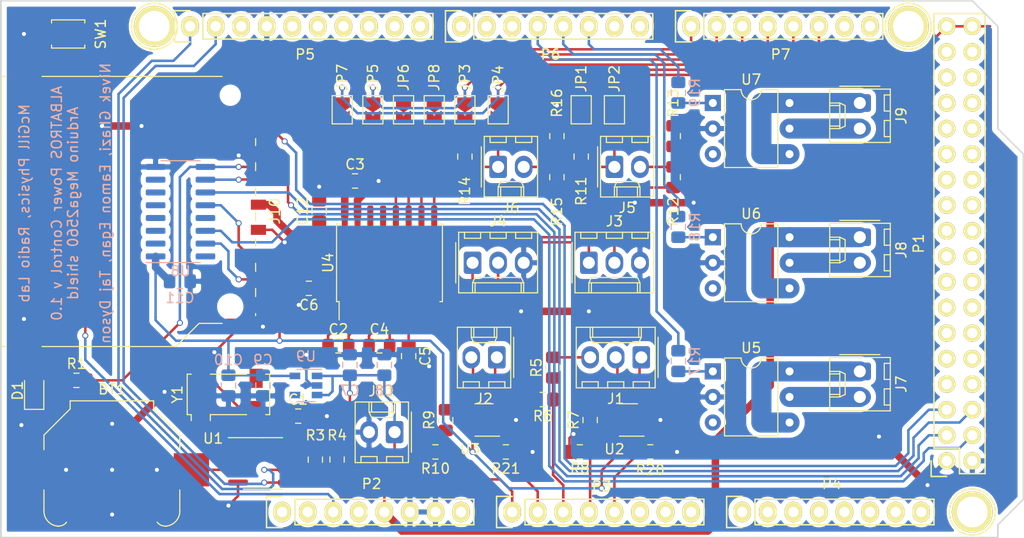
<source format=kicad_pcb>
(kicad_pcb (version 20171130) (host pcbnew "(5.1.0)-1")
  (title_block (date "mar. 31 mars 2015"))
  (layers (0 F.Cu signal) (31 B.Cu signal) (34 B.Paste user) (35 F.Paste user) (36 B.SilkS user) (37 F.SilkS user) (38 B.Mask user) (39 F.Mask user) (44 Edge.Cuts user))
  (net 0 "")
  (net 1 GND)
  (net 2 +5V)
  (net 3 +3V3)
  (net 4 "Net-(J7-Pad2)")
  (net 5 "Net-(J7-Pad1)")
  (net 6 "Net-(J8-Pad2)")
  (net 7 "Net-(J8-Pad1)")
  (net 8 "Net-(J9-Pad2)")
  (net 9 "Net-(J9-Pad1)")
  (net 10 /arduino_mega/SDA)
  (net 11 /arduino_mega/SCL)
  (net 12 /voltage_current_meas/A1)
  (net 13 "Net-(R17-Pad1)")
  (net 14 "Net-(R18-Pad1)")
  (net 15 "Net-(R19-Pad1)")
  (net 16 /arduino_mega/A2)
  (net 17 /arduino_mega/A1)
  (net 18 /arduino_mega/A0)
  (net 19 /voltage_current_meas/A0)
  (net 20 "Net-(P2-Pad3)")
  (net 21 /arduino_mega/SPI_SCK)
  (net 22 /arduino_mega/SPI_MISO)
  (net 23 /arduino_mega/SPI_MOSI)
  (net 24 /arduino_mega/SPI_CS)
  (net 25 /arduino_mega/SWITCH_1)
  (net 26 /arduino_mega/SWITCH_2)
  (net 27 /arduino_mega/SWITCH_3)
  (net 28 /arduino_mega/TX2)
  (net 29 /arduino_mega/RX2)
  (net 30 /arduino_mega/TX1)
  (net 31 /arduino_mega/RX1)
  (net 32 "Net-(BT1-Pad1)")
  (net 33 "Net-(C2-Pad2)")
  (net 34 "Net-(C2-Pad1)")
  (net 35 "Net-(C4-Pad2)")
  (net 36 "Net-(C4-Pad1)")
  (net 37 "Net-(C5-Pad1)")
  (net 38 "Net-(C6-Pad1)")
  (net 39 "Net-(J1-Pad3)")
  (net 40 "Net-(J1-Pad2)")
  (net 41 "Net-(J1-Pad1)")
  (net 42 "Net-(J2-Pad2)")
  (net 43 "Net-(J2-Pad1)")
  (net 44 "Net-(J3-Pad2)")
  (net 45 "Net-(J3-Pad1)")
  (net 46 "Net-(J4-Pad2)")
  (net 47 "Net-(J4-Pad1)")
  (net 48 "Net-(J5-Pad2)")
  (net 49 "Net-(J6-Pad2)")
  (net 50 "Net-(U1-Pad2)")
  (net 51 "Net-(U1-Pad1)")
  (net 52 "Net-(J5-Pad1)")
  (net 53 "Net-(J6-Pad1)")
  (net 54 "Net-(JP1-Pad2)")
  (net 55 "Net-(JP3-Pad2)")
  (net 56 "Net-(JP5-Pad2)")
  (net 57 "Net-(JP6-Pad2)")
  (net 58 "Net-(JP7-Pad2)")
  (net 59 "Net-(JP8-Pad2)")
  (net 60 "Net-(J10-Pad5)")
  (net 61 "Net-(J10-Pad2)")
  (net 62 "Net-(J10-Pad1)")
  (net 63 "Net-(D1-Pad2)")
  (net 64 /arduino_mega/TX3)
  (net 65 /arduino_mega/RX3)
  (net 66 "Net-(J10-Pad11)")
  (net 67 "Net-(J10-Pad10)")
  (net 68 "Net-(J10-Pad9)")
  (net 69 "Net-(J10-Pad8)")
  (net 70 /arduino_mega/48)
  (net 71 /arduino_mega/49)
  (net 72 /arduino_mega/46)
  (net 73 /arduino_mega/47)
  (net 74 /arduino_mega/44)
  (net 75 /arduino_mega/45)
  (net 76 /arduino_mega/42)
  (net 77 /arduino_mega/43)
  (net 78 /arduino_mega/40)
  (net 79 /arduino_mega/41)
  (net 80 /arduino_mega/38)
  (net 81 /arduino_mega/39)
  (net 82 /arduino_mega/36)
  (net 83 /arduino_mega/37)
  (net 84 /arduino_mega/34)
  (net 85 /arduino_mega/35)
  (net 86 /arduino_mega/32)
  (net 87 /arduino_mega/33)
  (net 88 /arduino_mega/30)
  (net 89 /arduino_mega/31)
  (net 90 /arduino_mega/28)
  (net 91 /arduino_mega/29)
  (net 92 /arduino_mega/26)
  (net 93 /arduino_mega/27)
  (net 94 /arduino_mega/24)
  (net 95 /arduino_mega/25)
  (net 96 /arduino_mega/22)
  (net 97 /arduino_mega/23)
  (net 98 "Net-(P2-Pad1)")
  (net 99 "Net-(P2-Pad2)")
  (net 100 "Net-(P2-Pad4)")
  (net 101 /arduino_mega/Vin)
  (net 102 "Net-(P3-Pad6)")
  (net 103 "Net-(P3-Pad7)")
  (net 104 "Net-(P3-Pad8)")
  (net 105 "Net-(P4-Pad1)")
  (net 106 "Net-(P4-Pad2)")
  (net 107 "Net-(P4-Pad3)")
  (net 108 "Net-(P4-Pad4)")
  (net 109 "Net-(P4-Pad5)")
  (net 110 "Net-(P4-Pad6)")
  (net 111 "Net-(P4-Pad7)")
  (net 112 "Net-(P4-Pad8)")
  (net 113 /arduino_mega/AREF)
  (net 114 "Net-(P5-Pad5)")
  (net 115 "Net-(P5-Pad6)")
  (net 116 "Net-(P5-Pad7)")
  (net 117 "Net-(P5-Pad8)")
  (net 118 "Net-(P5-Pad9)")
  (net 119 "Net-(P5-Pad10)")
  (net 120 "/arduino_mega/7(**)")
  (net 121 "/arduino_mega/6(**)")
  (net 122 "/arduino_mega/5(**)")
  (net 123 "Net-(P6-Pad7)")
  (net 124 "Net-(P6-Pad8)")
  (net 125 "Net-(P7-Pad7)")
  (net 126 "Net-(P7-Pad8)")
  (net 127 "Net-(P10-Pad1)")
  (net 128 "Net-(P11-Pad1)")
  (net 129 "Net-(P13-Pad1)")
  (net 130 "Net-(U1-Pad7)")
  (net 131 "Net-(U5-Pad3)")
  (net 132 "Net-(U6-Pad3)")
  (net 133 "Net-(U7-Pad3)")
  (net 134 "Net-(U9-Pad4)")
  (net 135 "Net-(Y1-Pad3)")
  (net 136 "Net-(Y1-Pad2)")
  (module Capacitor_SMD:C_0805_2012Metric_Pad1.15x1.40mm_HandSolder (layer F.Cu) (at 135.001 89.2175 90)
    (fp_text reference C12 (at 0 -1.65 90) (layer F.SilkS))
    (fp_text value C)
    (pad 2 smd roundrect (at 1.025 0 90) (size 1.15 1.4) (layers F.Cu F.Paste F.Mask) (roundrect_rratio 0.217391) (net 1 GND))
    (pad 1 smd roundrect (at -1.025 0 90) (size 1.15 1.4) (layers F.Cu F.Paste F.Mask) (roundrect_rratio 0.217391) (net 3 +3V3))
  )
  (module Capacitor_SMD:C_0805_2012Metric_Pad1.15x1.40mm_HandSolder (layer B.Cu) (at 121.158 96.2025)
    (fp_text reference C11 (at 0 1.65) (layer B.SilkS) (effects (justify mirror)))
    (fp_text value C)
    (pad 2 smd roundrect (at 1.025 0) (size 1.15 1.4) (layers B.Cu B.Paste B.Mask) (roundrect_rratio 0.217391) (net 1 GND))
    (pad 1 smd roundrect (at -1.025 0) (size 1.15 1.4) (layers B.Cu B.Paste B.Mask) (roundrect_rratio 0.217391) (net 3 +3V3))
  )
  (module Package_SO:SOIC-16W_7.5x10.3mm_P1.27mm (layer F.Cu) (at 141.986 94.361 90)
    (fp_text reference U4 (at 0 -6.1 90) (layer F.SilkS))
    (fp_text value MAX232)
    (pad 16 smd roundrect (at 4.65 -4.445 90) (size 2.05 0.6) (layers F.Cu F.Paste F.Mask) (net 3 +3V3))
    (pad 15 smd roundrect (at 4.65 -3.175 90) (size 2.05 0.6) (layers F.Cu F.Paste F.Mask) (net 1 GND))
    (pad 14 smd roundrect (at 4.65 -1.905 90) (size 2.05 0.6) (layers F.Cu F.Paste F.Mask) (net 45 "Net-(J3-Pad1)"))
    (pad 13 smd roundrect (at 4.65 -0.635 90) (size 2.05 0.6) (layers F.Cu F.Paste F.Mask) (net 44 "Net-(J3-Pad2)"))
    (pad 12 smd roundrect (at 4.65 0.635 90) (size 2.05 0.6) (layers F.Cu F.Paste F.Mask) (net 58 "Net-(JP7-Pad2)"))
    (pad 11 smd roundrect (at 4.65 1.905 90) (size 2.05 0.6) (layers F.Cu F.Paste F.Mask) (net 56 "Net-(JP5-Pad2)"))
    (pad 10 smd roundrect (at 4.65 3.175 90) (size 2.05 0.6) (layers F.Cu F.Paste F.Mask) (net 57 "Net-(JP6-Pad2)"))
    (pad 9 smd roundrect (at 4.65 4.445 90) (size 2.05 0.6) (layers F.Cu F.Paste F.Mask) (net 59 "Net-(JP8-Pad2)"))
    (pad 8 smd roundrect (at -4.65 4.445 90) (size 2.05 0.6) (layers F.Cu F.Paste F.Mask) (net 46 "Net-(J4-Pad2)"))
    (pad 7 smd roundrect (at -4.65 3.175 90) (size 2.05 0.6) (layers F.Cu F.Paste F.Mask) (net 47 "Net-(J4-Pad1)"))
    (pad 6 smd roundrect (at -4.65 1.905 90) (size 2.05 0.6) (layers F.Cu F.Paste F.Mask) (net 37 "Net-(C5-Pad1)"))
    (pad 5 smd roundrect (at -4.65 0.635 90) (size 2.05 0.6) (layers F.Cu F.Paste F.Mask) (net 35 "Net-(C4-Pad2)"))
    (pad 4 smd roundrect (at -4.65 -0.635 90) (size 2.05 0.6) (layers F.Cu F.Paste F.Mask) (net 36 "Net-(C4-Pad1)"))
    (pad 3 smd roundrect (at -4.65 -1.905 90) (size 2.05 0.6) (layers F.Cu F.Paste F.Mask) (net 33 "Net-(C2-Pad2)"))
    (pad 2 smd roundrect (at -4.65 -3.175 90) (size 2.05 0.6) (layers F.Cu F.Paste F.Mask) (net 38 "Net-(C6-Pad1)"))
    (pad 1 smd roundrect (at -4.65 -4.445 90) (size 2.05 0.6) (layers F.Cu F.Paste F.Mask) (net 34 "Net-(C2-Pad1)"))
  )
  (module Button_Switch_SMD:SW_SPST_B3U-1000P (layer F.Cu) (at 110.06 71.628)
    (fp_text reference SW1 (at 3.224 0 270) (layer F.SilkS))
    (fp_text value SW_Push)
    (pad 2 smd rect (at 1.7 0) (size 0.9 1.7) (layers F.Cu F.Paste F.Mask) (net 20 "Net-(P2-Pad3)"))
    (pad 1 smd rect (at -1.7 0) (size 0.9 1.7) (layers F.Cu F.Paste F.Mask) (net 1 GND))
  )
  (module Crystal:Crystal_SMD_Abracon_ABS25-4Pin_8.0x3.8mm (layer F.Cu) (at 125.984 107.442 90)
    (fp_text reference Y1 (at 0 -5.08 90) (layer F.SilkS))
    (fp_text value Crystal_GND23)
    (pad 4 smd rect (at 1.6 -2.75) (size 1.3 1.9) (layers F.Cu F.Paste F.Mask) (net 51 "Net-(U1-Pad1)"))
    (pad 3 smd rect (at 1.6 2.75) (size 1.3 1.9) (layers F.Cu F.Paste F.Mask) (net 135 "Net-(Y1-Pad3)"))
    (pad 2 smd rect (at -1.6 2.75) (size 1.3 1.9) (layers F.Cu F.Paste F.Mask) (net 136 "Net-(Y1-Pad2)"))
    (pad 1 smd rect (at -1.6 -2.75) (size 1.3 1.9) (layers F.Cu F.Paste F.Mask) (net 50 "Net-(U1-Pad2)"))
  )
  (module Resistor_SMD:R_0805_2012Metric_Pad1.15x1.40mm_HandSolder (layer F.Cu) (at 136.779 113.91 270)
    (fp_text reference R4 (at -2.404 0 180) (layer F.SilkS))
    (fp_text value R_US)
    (pad 2 smd roundrect (at 1.025 0 270) (size 1.15 1.4) (layers F.Cu F.Paste F.Mask) (roundrect_rratio 0.217391) (net 10 /arduino_mega/SDA))
    (pad 1 smd roundrect (at -1.025 0 270) (size 1.15 1.4) (layers F.Cu F.Paste F.Mask) (roundrect_rratio 0.217391) (net 2 +5V))
  )
  (module Resistor_SMD:R_0805_2012Metric_Pad1.15x1.40mm_HandSolder (layer F.Cu) (at 134.62 113.928 270)
    (fp_text reference R3 (at -2.422 0 180) (layer F.SilkS))
    (fp_text value R_US)
    (pad 2 smd roundrect (at 1.025 0 270) (size 1.15 1.4) (layers F.Cu F.Paste F.Mask) (roundrect_rratio 0.217391) (net 11 /arduino_mega/SCL))
    (pad 1 smd roundrect (at -1.025 0 270) (size 1.15 1.4) (layers F.Cu F.Paste F.Mask) (roundrect_rratio 0.217391) (net 2 +5V))
  )
  (module Package_TO_SOT_SMD:SOT-23-5 (layer B.Cu) (at 133.69 106.555 180)
    (fp_text reference U9 (at 0 2.9) (layer B.SilkS) (effects (justify mirror)))
    (fp_text value AP2204K-3.3)
    (pad 5 smd rect (at 1.1 0.95 180) (size 1.06 0.65) (layers B.Cu B.Paste B.Mask) (net 3 +3V3))
    (pad 4 smd rect (at 1.1 -0.95 180) (size 1.06 0.65) (layers B.Cu B.Paste B.Mask) (net 134 "Net-(U9-Pad4)"))
    (pad 3 smd rect (at -1.1 -0.95 180) (size 1.06 0.65) (layers B.Cu B.Paste B.Mask) (net 2 +5V))
    (pad 2 smd rect (at -1.1 0 180) (size 1.06 0.65) (layers B.Cu B.Paste B.Mask) (net 1 GND))
    (pad 1 smd rect (at -1.1 0.95 180) (size 1.06 0.65) (layers B.Cu B.Paste B.Mask) (net 2 +5V))
  )
  (module Capacitor_SMD:C_0805_2012Metric_Pad1.15x1.40mm_HandSolder (layer B.Cu) (at 125.984 106.562 270)
    (fp_text reference C10 (at -2.549 0 180) (layer B.SilkS) (effects (justify mirror)))
    (fp_text value C)
    (pad 2 smd roundrect (at 1.025 0 270) (size 1.15 1.4) (layers B.Cu B.Paste B.Mask) (roundrect_rratio 0.217391) (net 1 GND))
    (pad 1 smd roundrect (at -1.025 0 270) (size 1.15 1.4) (layers B.Cu B.Paste B.Mask) (roundrect_rratio 0.217391) (net 3 +3V3))
  )
  (module Capacitor_SMD:C_0805_2012Metric_Pad1.15x1.40mm_HandSolder (layer B.Cu) (at 129.413 106.562 270)
    (fp_text reference C9 (at -2.549 0 180) (layer B.SilkS) (effects (justify mirror)))
    (fp_text value C)
    (pad 2 smd roundrect (at 1.025 0 270) (size 1.15 1.4) (layers B.Cu B.Paste B.Mask) (roundrect_rratio 0.217391) (net 1 GND))
    (pad 1 smd roundrect (at -1.025 0 270) (size 1.15 1.4) (layers B.Cu B.Paste B.Mask) (roundrect_rratio 0.217391) (net 3 +3V3))
  )
  (module Capacitor_SMD:C_0805_2012Metric_Pad1.15x1.40mm_HandSolder (layer B.Cu) (at 141.478 104.512 90)
    (fp_text reference C8 (at -2.549 0) (layer B.SilkS) (effects (justify mirror)))
    (fp_text value C)
    (pad 2 smd roundrect (at 1.025 0 90) (size 1.15 1.4) (layers B.Cu B.Paste B.Mask) (roundrect_rratio 0.217391) (net 1 GND))
    (pad 1 smd roundrect (at -1.025 0 90) (size 1.15 1.4) (layers B.Cu B.Paste B.Mask) (roundrect_rratio 0.217391) (net 2 +5V))
  )
  (module Capacitor_SMD:C_0805_2012Metric_Pad1.15x1.40mm_HandSolder (layer B.Cu) (at 138.049 104.512 90)
    (fp_text reference C7 (at -2.549 0 180) (layer B.SilkS) (effects (justify mirror)))
    (fp_text value C)
    (pad 2 smd roundrect (at 1.025 0 90) (size 1.15 1.4) (layers B.Cu B.Paste B.Mask) (roundrect_rratio 0.217391) (net 1 GND))
    (pad 1 smd roundrect (at -1.025 0 90) (size 1.15 1.4) (layers B.Cu B.Paste B.Mask) (roundrect_rratio 0.217391) (net 2 +5V))
  )
  (module Connector_Molex:Molex_KK-254_AE-6410-02A_1x02_P2.54mm_Vertical (layer F.Cu) (at 142.494 111.1885 180)
    (fp_text reference J11 (at 1.27 4.064) (layer F.SilkS))
    (fp_text value Conn_01x02)
    (pad 2 thru_hole oval (at 2.54 0 180) (size 1.74 2.2) (drill 1.2) (layers *.Cu *.Mask) (net 1 GND))
    (pad 1 thru_hole roundrect (at 0 0 180) (size 1.74 2.2) (drill 1.2) (layers *.Cu *.Mask) (roundrect_rratio 0.143678) (net 2 +5V))
  )
  (module Capacitor_SMD:C_0805_2012Metric_Pad1.15x1.40mm_HandSolder (layer F.Cu) (at 132.9145 109.601)
    (fp_text reference C1 (at 0 -1.65) (layer F.SilkS))
    (fp_text value C)
    (pad 2 smd roundrect (at 1.025 0) (size 1.15 1.4) (layers F.Cu F.Paste F.Mask) (roundrect_rratio 0.217391) (net 1 GND))
    (pad 1 smd roundrect (at -1.025 0) (size 1.15 1.4) (layers F.Cu F.Paste F.Mask) (roundrect_rratio 0.217391) (net 2 +5V))
  )
  (module Connector_Molex:Molex_KK-254_AE-6410-02A_1x02_P2.54mm_Vertical (layer F.Cu) (at 188.722 78.486 270)
    (fp_text reference J9 (at 1.27 -4.12 90) (layer F.SilkS))
    (fp_text value Conn_01x02)
    (pad 2 thru_hole oval (at 2.54 0 270) (size 1.74 2.2) (drill 1.2) (layers *.Cu *.Mask) (net 8 "Net-(J9-Pad2)"))
    (pad 1 thru_hole roundrect (at 0 0 270) (size 1.74 2.2) (drill 1.2) (layers *.Cu *.Mask) (roundrect_rratio 0.143678) (net 9 "Net-(J9-Pad1)"))
  )
  (module Connector_Molex:Molex_KK-254_AE-6410-02A_1x02_P2.54mm_Vertical (layer F.Cu) (at 188.722 91.821 270)
    (fp_text reference J8 (at 1.27 -4.12 90) (layer F.SilkS))
    (fp_text value Conn_01x02)
    (pad 2 thru_hole oval (at 2.54 0 270) (size 1.74 2.2) (drill 1.2) (layers *.Cu *.Mask) (net 6 "Net-(J8-Pad2)"))
    (pad 1 thru_hole roundrect (at 0 0 270) (size 1.74 2.2) (drill 1.2) (layers *.Cu *.Mask) (roundrect_rratio 0.143678) (net 7 "Net-(J8-Pad1)"))
  )
  (module Connector_Molex:Molex_KK-254_AE-6410-02A_1x02_P2.54mm_Vertical (layer F.Cu) (at 188.722 105.156 270)
    (fp_text reference J7 (at 1.27 -4.12 90) (layer F.SilkS))
    (fp_text value Conn_01x02)
    (pad 2 thru_hole oval (at 2.54 0 270) (size 1.74 2.2) (drill 1.2) (layers *.Cu *.Mask) (net 4 "Net-(J7-Pad2)"))
    (pad 1 thru_hole roundrect (at 0 0 270) (size 1.74 2.2) (drill 1.2) (layers *.Cu *.Mask) (roundrect_rratio 0.143678) (net 5 "Net-(J7-Pad1)"))
  )
  (module Resistor_SMD:R_0805_2012Metric_Pad1.15x1.40mm_HandSolder (layer F.Cu) (at 110.88 106.045)
    (fp_text reference R1 (at 0 -1.65) (layer F.SilkS))
    (fp_text value R_US)
    (pad 2 smd roundrect (at 1.025 0) (size 1.15 1.4) (layers F.Cu F.Paste F.Mask) (roundrect_rratio 0.217391) (net 21 /arduino_mega/SPI_SCK))
    (pad 1 smd roundrect (at -1.025 0) (size 1.15 1.4) (layers F.Cu F.Paste F.Mask) (roundrect_rratio 0.217391) (net 63 "Net-(D1-Pad2)"))
  )
  (module LED_SMD:LED_0805_2012Metric_Pad1.15x1.40mm_HandSolder (layer F.Cu) (at 106.68 107.07 90)
    (fp_text reference D1 (at 0 -1.65 90) (layer F.SilkS))
    (fp_text value LED_ALT)
    (pad 2 smd roundrect (at 1.025 0 90) (size 1.15 1.4) (layers F.Cu F.Paste F.Mask) (roundrect_rratio 0.217391) (net 63 "Net-(D1-Pad2)"))
    (pad 1 smd roundrect (at -1.025 0 90) (size 1.15 1.4) (layers F.Cu F.Paste F.Mask) (roundrect_rratio 0.217391) (net 1 GND))
  )
  (module Package_SO:SOIC-16_3.9x9.9mm_P1.27mm (layer B.Cu) (at 121.223 89.281)
    (fp_text reference U8 (at 0 5.9) (layer B.SilkS) (effects (justify mirror)))
    (fp_text value 4050)
    (pad 16 smd roundrect (at 2.475 4.445) (size 1.95 0.6) (layers B.Cu B.Paste B.Mask))
    (pad 15 smd roundrect (at 2.475 3.175) (size 1.95 0.6) (layers B.Cu B.Paste B.Mask) (net 62 "Net-(J10-Pad1)"))
    (pad 14 smd roundrect (at 2.475 1.905) (size 1.95 0.6) (layers B.Cu B.Paste B.Mask) (net 24 /arduino_mega/SPI_CS))
    (pad 13 smd roundrect (at 2.475 0.635) (size 1.95 0.6) (layers B.Cu B.Paste B.Mask))
    (pad 12 smd roundrect (at 2.475 -0.635) (size 1.95 0.6) (layers B.Cu B.Paste B.Mask) (net 61 "Net-(J10-Pad2)"))
    (pad 11 smd roundrect (at 2.475 -1.905) (size 1.95 0.6) (layers B.Cu B.Paste B.Mask) (net 23 /arduino_mega/SPI_MOSI))
    (pad 10 smd roundrect (at 2.475 -3.175) (size 1.95 0.6) (layers B.Cu B.Paste B.Mask) (net 60 "Net-(J10-Pad5)"))
    (pad 9 smd roundrect (at 2.475 -4.445) (size 1.95 0.6) (layers B.Cu B.Paste B.Mask) (net 21 /arduino_mega/SPI_SCK))
    (pad 8 smd roundrect (at -2.475 -4.445) (size 1.95 0.6) (layers B.Cu B.Paste B.Mask) (net 1 GND))
    (pad 7 smd roundrect (at -2.475 -3.175) (size 1.95 0.6) (layers B.Cu B.Paste B.Mask))
    (pad 6 smd roundrect (at -2.475 -1.905) (size 1.95 0.6) (layers B.Cu B.Paste B.Mask))
    (pad 5 smd roundrect (at -2.475 -0.635) (size 1.95 0.6) (layers B.Cu B.Paste B.Mask))
    (pad 4 smd roundrect (at -2.475 0.635) (size 1.95 0.6) (layers B.Cu B.Paste B.Mask))
    (pad 3 smd roundrect (at -2.475 1.905) (size 1.95 0.6) (layers B.Cu B.Paste B.Mask))
    (pad 2 smd roundrect (at -2.475 3.175) (size 1.95 0.6) (layers B.Cu B.Paste B.Mask))
    (pad 1 smd roundrect (at -2.475 4.445) (size 1.95 0.6) (layers B.Cu B.Paste B.Mask) (net 3 +3V3))
  )
  (module Jumper:SolderJumper-2_P1.3mm_Open_TrianglePad1.0x1.5mm (layer F.Cu) (at 143.383 79.158 270)
    (fp_text reference JP6 (at -3.212 0 90) (layer F.SilkS))
    (fp_text value Jumper_2_Open)
    (pad 2 smd custom (at 0.725 0 270) (size 0.3 0.3) (layers F.Cu F.Mask) (net 57 "Net-(JP6-Pad2)") (options (clearance outline) (anchor rect)) (primitives (gr_poly (pts (xy -0.65 -0.75) (xy 0.5 -0.75) (xy 0.5 0.75) (xy -0.65 0.75) (xy -0.15 0)) (width 0))))
    (pad 1 smd custom (at -0.725 0 270) (size 0.3 0.3) (layers F.Cu F.Mask) (net 64 /arduino_mega/TX3) (options (clearance outline) (anchor rect)) (primitives (gr_poly (pts (xy -0.5 -0.75) (xy 0.5 -0.75) (xy 1 0) (xy 0.5 0.75) (xy -0.5 0.75)) (width 0))))
  )
  (module Jumper:SolderJumper-2_P1.3mm_Open_TrianglePad1.0x1.5mm (layer F.Cu) (at 146.431 79.158 270)
    (fp_text reference JP8 (at -3.212 0 90) (layer F.SilkS))
    (fp_text value Jumper_2_Open)
    (pad 1 smd custom (at -0.725 0 270) (size 0.3 0.3) (layers F.Cu F.Mask) (net 65 /arduino_mega/RX3) (options (clearance outline) (anchor rect)) (primitives (gr_poly (pts (xy -0.5 -0.75) (xy 0.5 -0.75) (xy 1 0) (xy 0.5 0.75) (xy -0.5 0.75)) (width 0))))
    (pad 2 smd custom (at 0.725 0 270) (size 0.3 0.3) (layers F.Cu F.Mask) (net 59 "Net-(JP8-Pad2)") (options (clearance outline) (anchor rect)) (primitives (gr_poly (pts (xy -0.65 -0.75) (xy 0.5 -0.75) (xy 0.5 0.75) (xy -0.65 0.75) (xy -0.15 0)) (width 0))))
  )
  (module Connector_Card:SD_TE_2041021 (layer F.Cu) (at 116.989 89.215 270)
    (fp_text reference J10 (at 0 -13.6 90) (layer F.SilkS))
    (fp_text value SD_Card)
    (pad 12 smd rect (at -13.65 -10.175 270) (size 1.5 2.8) (layers F.Cu F.Paste F.Mask) (net 1 GND))
    (pad 12 smd rect (at -13.65 11.325 270) (size 1.5 2.8) (layers F.Cu F.Paste F.Mask) (net 1 GND))
    (pad 12 smd rect (at 13.65 11.325 270) (size 1.5 2.8) (layers F.Cu F.Paste F.Mask) (net 1 GND))
    (pad 12 smd rect (at 11.45 -10.175 270) (size 1.5 2.8) (layers F.Cu F.Paste F.Mask) (net 1 GND))
    (pad "" np_thru_hole circle (at -11.5 -9.175 270) (size 1.1 1.1) (drill 1.1) (layers *.Cu *.Mask))
    (pad "" np_thru_hole circle (at 9.5 -9.175 270) (size 1.6 1.6) (drill 1.6) (layers *.Cu *.Mask))
    (pad 11 smd rect (at -12.255 -11.975 270) (size 0.7 1.5) (layers F.Cu F.Paste F.Mask) (net 66 "Net-(J10-Pad11)"))
    (pad 10 smd rect (at -11.055 -11.975 270) (size 0.7 1.5) (layers F.Cu F.Paste F.Mask) (net 67 "Net-(J10-Pad10)"))
    (pad 9 smd rect (at 9.375 -11.975 270) (size 1 1.5) (layers F.Cu F.Paste F.Mask) (net 68 "Net-(J10-Pad9)"))
    (pad 8 smd rect (at -9.755 -11.975 270) (size 1 1.5) (layers F.Cu F.Paste F.Mask) (net 69 "Net-(J10-Pad8)"))
    (pad 7 smd rect (at -8.055 -11.975 270) (size 1 1.5) (layers F.Cu F.Paste F.Mask) (net 22 /arduino_mega/SPI_MISO))
    (pad 6 smd rect (at -5.625 -11.975 270) (size 1 1.5) (layers F.Cu F.Paste F.Mask) (net 1 GND))
    (pad 5 smd rect (at -3.125 -11.975 270) (size 1 1.5) (layers F.Cu F.Paste F.Mask) (net 60 "Net-(J10-Pad5)"))
    (pad 4 smd rect (at -0.625 -11.975 270) (size 1 1.5) (layers F.Cu F.Paste F.Mask) (net 3 +3V3))
    (pad 3 smd rect (at 1.875 -11.975 270) (size 1 1.5) (layers F.Cu F.Paste F.Mask) (net 1 GND))
    (pad 2 smd rect (at 4.375 -11.975 270) (size 1 1.5) (layers F.Cu F.Paste F.Mask) (net 61 "Net-(J10-Pad2)"))
    (pad 1 smd rect (at 6.875 -11.975 270) (size 1 1.5) (layers F.Cu F.Paste F.Mask) (net 62 "Net-(J10-Pad1)"))
  )
  (module Package_SO:SOIC-8_3.9x4.9mm_P1.27mm (layer F.Cu) (at 129.413 114.3)
    (fp_text reference U1 (at -4.953 -2.4765) (layer F.SilkS))
    (fp_text value PCF8523T)
    (pad 8 smd roundrect (at 2.475 -1.905) (size 1.95 0.6) (layers F.Cu F.Paste F.Mask) (net 2 +5V))
    (pad 7 smd roundrect (at 2.475 -0.635) (size 1.95 0.6) (layers F.Cu F.Paste F.Mask) (net 130 "Net-(U1-Pad7)"))
    (pad 6 smd roundrect (at 2.475 0.635) (size 1.95 0.6) (layers F.Cu F.Paste F.Mask) (net 11 /arduino_mega/SCL))
    (pad 5 smd roundrect (at 2.475 1.905) (size 1.95 0.6) (layers F.Cu F.Paste F.Mask) (net 10 /arduino_mega/SDA))
    (pad 4 smd roundrect (at -2.475 1.905) (size 1.95 0.6) (layers F.Cu F.Paste F.Mask) (net 1 GND))
    (pad 3 smd roundrect (at -2.475 0.635) (size 1.95 0.6) (layers F.Cu F.Paste F.Mask) (net 32 "Net-(BT1-Pad1)"))
    (pad 2 smd roundrect (at -2.475 -0.635) (size 1.95 0.6) (layers F.Cu F.Paste F.Mask) (net 50 "Net-(U1-Pad2)"))
    (pad 1 smd roundrect (at -2.475 -1.905) (size 1.95 0.6) (layers F.Cu F.Paste F.Mask) (net 51 "Net-(U1-Pad1)"))
  )
  (module Jumper:SolderJumper-2_P1.3mm_Open_TrianglePad1.0x1.5mm (layer F.Cu) (at 137.287 79.158 270)
    (fp_text reference JP7 (at -3.212 0 90) (layer F.SilkS))
    (fp_text value Jumper_2_Open)
    (pad 2 smd custom (at 0.725 0 270) (size 0.3 0.3) (layers F.Cu F.Mask) (net 58 "Net-(JP7-Pad2)") (options (clearance outline) (anchor rect)) (primitives (gr_poly (pts (xy -0.65 -0.75) (xy 0.5 -0.75) (xy 0.5 0.75) (xy -0.65 0.75) (xy -0.15 0)) (width 0))))
    (pad 1 smd custom (at -0.725 0 270) (size 0.3 0.3) (layers F.Cu F.Mask) (net 29 /arduino_mega/RX2) (options (clearance outline) (anchor rect)) (primitives (gr_poly (pts (xy -0.5 -0.75) (xy 0.5 -0.75) (xy 1 0) (xy 0.5 0.75) (xy -0.5 0.75)) (width 0))))
  )
  (module Jumper:SolderJumper-2_P1.3mm_Open_TrianglePad1.0x1.5mm (layer F.Cu) (at 140.335 79.158 270)
    (fp_text reference JP5 (at -3.212 0 90) (layer F.SilkS))
    (fp_text value Jumper_2_Open)
    (pad 2 smd custom (at 0.725 0 270) (size 0.3 0.3) (layers F.Cu F.Mask) (net 56 "Net-(JP5-Pad2)") (options (clearance outline) (anchor rect)) (primitives (gr_poly (pts (xy -0.65 -0.75) (xy 0.5 -0.75) (xy 0.5 0.75) (xy -0.65 0.75) (xy -0.15 0)) (width 0))))
    (pad 1 smd custom (at -0.725 0 270) (size 0.3 0.3) (layers F.Cu F.Mask) (net 28 /arduino_mega/TX2) (options (clearance outline) (anchor rect)) (primitives (gr_poly (pts (xy -0.5 -0.75) (xy 0.5 -0.75) (xy 1 0) (xy 0.5 0.75) (xy -0.5 0.75)) (width 0))))
  )
  (module Jumper:SolderJumper-2_P1.3mm_Open_TrianglePad1.0x1.5mm (layer F.Cu) (at 161.036 79.158 270)
    (fp_text reference JP1 (at -3.085 0 90) (layer F.SilkS))
    (fp_text value Jumper_2_Open)
    (pad 2 smd custom (at 0.725 0 270) (size 0.3 0.3) (layers F.Cu F.Mask) (net 54 "Net-(JP1-Pad2)") (options (clearance outline) (anchor rect)) (primitives (gr_poly (pts (xy -0.65 -0.75) (xy 0.5 -0.75) (xy 0.5 0.75) (xy -0.65 0.75) (xy -0.15 0)) (width 0))))
    (pad 1 smd custom (at -0.725 0 270) (size 0.3 0.3) (layers F.Cu F.Mask) (net 30 /arduino_mega/TX1) (options (clearance outline) (anchor rect)) (primitives (gr_poly (pts (xy -0.5 -0.75) (xy 0.5 -0.75) (xy 1 0) (xy 0.5 0.75) (xy -0.5 0.75)) (width 0))))
  )
  (module Jumper:SolderJumper-2_P1.3mm_Open_TrianglePad1.0x1.5mm (layer F.Cu) (at 164.338 79.158 270)
    (fp_text reference JP2 (at -3.085 0 90) (layer F.SilkS))
    (fp_text value Jumper_2_Open)
    (pad 2 smd custom (at 0.725 0 270) (size 0.3 0.3) (layers F.Cu F.Mask) (net 52 "Net-(J5-Pad1)") (options (clearance outline) (anchor rect)) (primitives (gr_poly (pts (xy -0.65 -0.75) (xy 0.5 -0.75) (xy 0.5 0.75) (xy -0.65 0.75) (xy -0.15 0)) (width 0))))
    (pad 1 smd custom (at -0.725 0 270) (size 0.3 0.3) (layers F.Cu F.Mask) (net 31 /arduino_mega/RX1) (options (clearance outline) (anchor rect)) (primitives (gr_poly (pts (xy -0.5 -0.75) (xy 0.5 -0.75) (xy 1 0) (xy 0.5 0.75) (xy -0.5 0.75)) (width 0))))
  )
  (module Connector_Molex:Molex_KK-254_AE-6410-02A_1x02_P2.54mm_Vertical (layer F.Cu) (at 164.338 84.836)
    (fp_text reference J5 (at 1.27 4.064) (layer F.SilkS))
    (fp_text value Conn_01x02)
    (pad 2 thru_hole oval (at 2.54 0) (size 1.74 2.2) (drill 1.2) (layers *.Cu *.Mask) (net 48 "Net-(J5-Pad2)"))
    (pad 1 thru_hole roundrect (at 0 0) (size 1.74 2.2) (drill 1.2) (layers *.Cu *.Mask) (roundrect_rratio 0.143678) (net 52 "Net-(J5-Pad1)"))
  )
  (module Resistor_SMD:R_0805_2012Metric_Pad1.15x1.40mm_HandSolder (layer F.Cu) (at 170.18 85.861 90)
    (fp_text reference R12 (at -3.42 0 90) (layer F.SilkS))
    (fp_text value R_US)
    (pad 2 smd roundrect (at 1.025 0 90) (size 1.15 1.4) (layers F.Cu F.Paste F.Mask) (roundrect_rratio 0.217391) (net 48 "Net-(J5-Pad2)"))
    (pad 1 smd roundrect (at -1.025 0 90) (size 1.15 1.4) (layers F.Cu F.Paste F.Mask) (roundrect_rratio 0.217391) (net 2 +5V))
  )
  (module Resistor_SMD:R_0805_2012Metric_Pad1.15x1.40mm_HandSolder (layer F.Cu) (at 161.036 83.811 270)
    (fp_text reference R11 (at 3.438 0 90) (layer F.SilkS))
    (fp_text value R_US)
    (pad 2 smd roundrect (at 1.025 0 270) (size 1.15 1.4) (layers F.Cu F.Paste F.Mask) (roundrect_rratio 0.217391) (net 52 "Net-(J5-Pad1)"))
    (pad 1 smd roundrect (at -1.025 0 270) (size 1.15 1.4) (layers F.Cu F.Paste F.Mask) (roundrect_rratio 0.217391) (net 54 "Net-(JP1-Pad2)"))
  )
  (module Resistor_SMD:R_0805_2012Metric_Pad1.15x1.40mm_HandSolder (layer F.Cu) (at 170.18 81.779 90)
    (fp_text reference R13 (at 3.293 0 90) (layer F.SilkS))
    (fp_text value R_US)
    (pad 2 smd roundrect (at 1.025 0 90) (size 1.15 1.4) (layers F.Cu F.Paste F.Mask) (roundrect_rratio 0.217391) (net 1 GND))
    (pad 1 smd roundrect (at -1.025 0 90) (size 1.15 1.4) (layers F.Cu F.Paste F.Mask) (roundrect_rratio 0.217391) (net 48 "Net-(J5-Pad2)"))
  )
  (module Connector_Molex:Molex_KK-254_AE-6410-02A_1x02_P2.54mm_Vertical (layer F.Cu) (at 152.654 103.759 180)
    (fp_text reference J2 (at 1.27 -4.12) (layer F.SilkS))
    (fp_text value Conn_01x02)
    (pad 2 thru_hole oval (at 2.54 0 180) (size 1.74 2.2) (drill 1.2) (layers *.Cu *.Mask) (net 42 "Net-(J2-Pad2)"))
    (pad 1 thru_hole roundrect (at 0 0 180) (size 1.74 2.2) (drill 1.2) (layers *.Cu *.Mask) (roundrect_rratio 0.143678) (net 43 "Net-(J2-Pad1)"))
  )
  (module Connector_Molex:Molex_KK-254_AE-6410-03A_1x03_P2.54mm_Vertical (layer F.Cu) (at 167.005 103.759 180)
    (fp_text reference J1 (at 2.54 -4.12) (layer F.SilkS))
    (fp_text value Conn_01x03)
    (pad 3 thru_hole oval (at 5.08 0 180) (size 1.74 2.2) (drill 1.2) (layers *.Cu *.Mask) (net 39 "Net-(J1-Pad3)"))
    (pad 2 thru_hole oval (at 2.54 0 180) (size 1.74 2.2) (drill 1.2) (layers *.Cu *.Mask) (net 40 "Net-(J1-Pad2)"))
    (pad 1 thru_hole roundrect (at 0 0 180) (size 1.74 2.2) (drill 1.2) (layers *.Cu *.Mask) (roundrect_rratio 0.143678) (net 41 "Net-(J1-Pad1)"))
  )
  (module Jumper:SolderJumper-2_P1.3mm_Open_TrianglePad1.0x1.5mm (layer F.Cu) (at 152.781 79.158 270)
    (fp_text reference JP4 (at -3.085 0 90) (layer F.SilkS))
    (fp_text value Jumper_2_Open)
    (pad 1 smd custom (at -0.725 0 270) (size 0.3 0.3) (layers F.Cu F.Mask) (net 29 /arduino_mega/RX2) (options (clearance outline) (anchor rect)) (primitives (gr_poly (pts (xy -0.5 -0.75) (xy 0.5 -0.75) (xy 1 0) (xy 0.5 0.75) (xy -0.5 0.75)) (width 0))))
    (pad 2 smd custom (at 0.725 0 270) (size 0.3 0.3) (layers F.Cu F.Mask) (net 53 "Net-(J6-Pad1)") (options (clearance outline) (anchor rect)) (primitives (gr_poly (pts (xy -0.65 -0.75) (xy 0.5 -0.75) (xy 0.5 0.75) (xy -0.65 0.75) (xy -0.15 0)) (width 0))))
  )
  (module Jumper:SolderJumper-2_P1.3mm_Open_TrianglePad1.0x1.5mm (layer F.Cu) (at 149.479 79.158 270)
    (fp_text reference JP3 (at -3.212 0 90) (layer F.SilkS))
    (fp_text value Jumper_2_Open)
    (pad 1 smd custom (at -0.725 0 270) (size 0.3 0.3) (layers F.Cu F.Mask) (net 28 /arduino_mega/TX2) (options (clearance outline) (anchor rect)) (primitives (gr_poly (pts (xy -0.5 -0.75) (xy 0.5 -0.75) (xy 1 0) (xy 0.5 0.75) (xy -0.5 0.75)) (width 0))))
    (pad 2 smd custom (at 0.725 0 270) (size 0.3 0.3) (layers F.Cu F.Mask) (net 55 "Net-(JP3-Pad2)") (options (clearance outline) (anchor rect)) (primitives (gr_poly (pts (xy -0.65 -0.75) (xy 0.5 -0.75) (xy 0.5 0.75) (xy -0.65 0.75) (xy -0.15 0)) (width 0))))
  )
  (module Resistor_SMD:R_0805_2012Metric_Pad1.15x1.40mm_HandSolder (layer F.Cu) (at 158.623 81.779 90)
    (fp_text reference R16 (at 3.293 0 90) (layer F.SilkS))
    (fp_text value R_US)
    (pad 1 smd roundrect (at -1.025 0 90) (size 1.15 1.4) (layers F.Cu F.Paste F.Mask) (roundrect_rratio 0.217391) (net 49 "Net-(J6-Pad2)"))
    (pad 2 smd roundrect (at 1.025 0 90) (size 1.15 1.4) (layers F.Cu F.Paste F.Mask) (roundrect_rratio 0.217391) (net 1 GND))
  )
  (module Resistor_SMD:R_0805_2012Metric_Pad1.15x1.40mm_HandSolder (layer F.Cu) (at 158.623 85.861 90)
    (fp_text reference R15 (at -3.42 0 90) (layer F.SilkS))
    (fp_text value R_US)
    (pad 1 smd roundrect (at -1.025 0 90) (size 1.15 1.4) (layers F.Cu F.Paste F.Mask) (roundrect_rratio 0.217391) (net 2 +5V))
    (pad 2 smd roundrect (at 1.025 0 90) (size 1.15 1.4) (layers F.Cu F.Paste F.Mask) (roundrect_rratio 0.217391) (net 49 "Net-(J6-Pad2)"))
  )
  (module Resistor_SMD:R_0805_2012Metric_Pad1.15x1.40mm_HandSolder (layer F.Cu) (at 149.479 83.811 270)
    (fp_text reference R14 (at 3.438 0 90) (layer F.SilkS))
    (fp_text value R_US)
    (pad 1 smd roundrect (at -1.025 0 270) (size 1.15 1.4) (layers F.Cu F.Paste F.Mask) (roundrect_rratio 0.217391) (net 55 "Net-(JP3-Pad2)"))
    (pad 2 smd roundrect (at 1.025 0 270) (size 1.15 1.4) (layers F.Cu F.Paste F.Mask) (roundrect_rratio 0.217391) (net 53 "Net-(J6-Pad1)"))
  )
  (module Connector_Molex:Molex_KK-254_AE-6410-02A_1x02_P2.54mm_Vertical (layer F.Cu) (at 152.781 84.836)
    (fp_text reference J6 (at 1.27 4.064) (layer F.SilkS))
    (fp_text value Conn_01x02)
    (pad 1 thru_hole roundrect (at 0 0) (size 1.74 2.2) (drill 1.2) (layers *.Cu *.Mask) (roundrect_rratio 0.143678) (net 53 "Net-(J6-Pad1)"))
    (pad 2 thru_hole oval (at 2.54 0) (size 1.74 2.2) (drill 1.2) (layers *.Cu *.Mask) (net 49 "Net-(J6-Pad2)"))
  )
  (module Connector_Molex:Molex_KK-254_AE-6410-03A_1x03_P2.54mm_Vertical (layer F.Cu) (at 150.241 94.361)
    (fp_text reference J4 (at 2.54 -4.12) (layer F.SilkS))
    (fp_text value Conn_01x03)
    (pad 3 thru_hole oval (at 5.08 0) (size 1.74 2.2) (drill 1.2) (layers *.Cu *.Mask) (net 1 GND))
    (pad 2 thru_hole oval (at 2.54 0) (size 1.74 2.2) (drill 1.2) (layers *.Cu *.Mask) (net 46 "Net-(J4-Pad2)"))
    (pad 1 thru_hole roundrect (at 0 0) (size 1.74 2.2) (drill 1.2) (layers *.Cu *.Mask) (roundrect_rratio 0.143678) (net 47 "Net-(J4-Pad1)"))
  )
  (module Connector_Molex:Molex_KK-254_AE-6410-03A_1x03_P2.54mm_Vertical (layer F.Cu) (at 161.798 94.361)
    (fp_text reference J3 (at 2.54 -4.12) (layer F.SilkS))
    (fp_text value Conn_01x03)
    (pad 3 thru_hole oval (at 5.08 0) (size 1.74 2.2) (drill 1.2) (layers *.Cu *.Mask) (net 1 GND))
    (pad 2 thru_hole oval (at 2.54 0) (size 1.74 2.2) (drill 1.2) (layers *.Cu *.Mask) (net 44 "Net-(J3-Pad2)"))
    (pad 1 thru_hole roundrect (at 0 0) (size 1.74 2.2) (drill 1.2) (layers *.Cu *.Mask) (roundrect_rratio 0.143678) (net 45 "Net-(J3-Pad1)"))
  )
  (module Package_TO_SOT_SMD:SOT-23-5 (layer F.Cu) (at 151.384 109.982 180)
    (fp_text reference U3 (at 1.397 -2.9) (layer F.SilkS))
    (fp_text value INA138)
    (pad 5 smd rect (at 1.1 -0.95 180) (size 1.06 0.65) (layers F.Cu F.Paste F.Mask) (net 3 +3V3))
    (pad 4 smd rect (at 1.1 0.95 180) (size 1.06 0.65) (layers F.Cu F.Paste F.Mask) (net 42 "Net-(J2-Pad2)"))
    (pad 3 smd rect (at -1.1 0.95 180) (size 1.06 0.65) (layers F.Cu F.Paste F.Mask) (net 43 "Net-(J2-Pad1)"))
    (pad 2 smd rect (at -1.1 0 180) (size 1.06 0.65) (layers F.Cu F.Paste F.Mask) (net 1 GND))
    (pad 1 smd rect (at -1.1 -0.95 180) (size 1.06 0.65) (layers F.Cu F.Paste F.Mask) (net 17 /arduino_mega/A1))
  )
  (module Package_TO_SOT_SMD:SOT-23-5 (layer F.Cu) (at 165.735 109.982 180)
    (fp_text reference U2 (at 1.397 -2.9) (layer F.SilkS))
    (fp_text value INA138)
    (pad 5 smd rect (at 1.1 -0.95 180) (size 1.06 0.65) (layers F.Cu F.Paste F.Mask) (net 3 +3V3))
    (pad 4 smd rect (at 1.1 0.95 180) (size 1.06 0.65) (layers F.Cu F.Paste F.Mask) (net 40 "Net-(J1-Pad2)"))
    (pad 3 smd rect (at -1.1 0.95 180) (size 1.06 0.65) (layers F.Cu F.Paste F.Mask) (net 41 "Net-(J1-Pad1)"))
    (pad 2 smd rect (at -1.1 0 180) (size 1.06 0.65) (layers F.Cu F.Paste F.Mask) (net 1 GND))
    (pad 1 smd rect (at -1.1 -0.95 180) (size 1.06 0.65) (layers F.Cu F.Paste F.Mask) (net 19 /voltage_current_meas/A0))
  )
  (module Resistor_SMD:R_0805_2012Metric_Pad1.15x1.40mm_HandSolder (layer F.Cu) (at 153.552 113.157)
    (fp_text reference R21 (at -0.009 1.651) (layer F.SilkS))
    (fp_text value R_US)
    (pad 2 smd roundrect (at 1.025 0) (size 1.15 1.4) (layers F.Cu F.Paste F.Mask) (roundrect_rratio 0.217391) (net 1 GND))
    (pad 1 smd roundrect (at -1.025 0) (size 1.15 1.4) (layers F.Cu F.Paste F.Mask) (roundrect_rratio 0.217391) (net 17 /arduino_mega/A1))
  )
  (module Resistor_SMD:R_0805_2012Metric_Pad1.15x1.40mm_HandSolder (layer F.Cu) (at 167.903 113.157)
    (fp_text reference R20 (at -0.009 1.778) (layer F.SilkS))
    (fp_text value R_US)
    (pad 2 smd roundrect (at 1.025 0) (size 1.15 1.4) (layers F.Cu F.Paste F.Mask) (roundrect_rratio 0.217391) (net 1 GND))
    (pad 1 smd roundrect (at -1.025 0) (size 1.15 1.4) (layers F.Cu F.Paste F.Mask) (roundrect_rratio 0.217391) (net 19 /voltage_current_meas/A0))
  )
  (module Resistor_SMD:R_0805_2012Metric_Pad1.15x1.40mm_HandSolder (layer F.Cu) (at 146.549 113.157 180)
    (fp_text reference R10 (at 0 -1.65) (layer F.SilkS))
    (fp_text value R_US)
    (pad 2 smd roundrect (at 1.025 0 180) (size 1.15 1.4) (layers F.Cu F.Paste F.Mask) (roundrect_rratio 0.217391) (net 1 GND))
    (pad 1 smd roundrect (at -1.025 0 180) (size 1.15 1.4) (layers F.Cu F.Paste F.Mask) (roundrect_rratio 0.217391) (net 18 /arduino_mega/A0))
  )
  (module Resistor_SMD:R_0805_2012Metric_Pad1.15x1.40mm_HandSolder (layer F.Cu) (at 147.574 109.991 270)
    (fp_text reference R9 (at -0.009 1.651 90) (layer F.SilkS))
    (fp_text value R_US)
    (pad 2 smd roundrect (at 1.025 0 270) (size 1.15 1.4) (layers F.Cu F.Paste F.Mask) (roundrect_rratio 0.217391) (net 18 /arduino_mega/A0))
    (pad 1 smd roundrect (at -1.025 0 270) (size 1.15 1.4) (layers F.Cu F.Paste F.Mask) (roundrect_rratio 0.217391) (net 42 "Net-(J2-Pad2)"))
  )
  (module Resistor_SMD:R_0805_2012Metric_Pad1.15x1.40mm_HandSolder (layer F.Cu) (at 160.9 113.157 180)
    (fp_text reference R8 (at 0 -1.65) (layer F.SilkS))
    (fp_text value R_US)
    (pad 2 smd roundrect (at 1.025 0 180) (size 1.15 1.4) (layers F.Cu F.Paste F.Mask) (roundrect_rratio 0.217391) (net 1 GND))
    (pad 1 smd roundrect (at -1.025 0 180) (size 1.15 1.4) (layers F.Cu F.Paste F.Mask) (roundrect_rratio 0.217391) (net 12 /voltage_current_meas/A1))
  )
  (module Resistor_SMD:R_0805_2012Metric_Pad1.15x1.40mm_HandSolder (layer F.Cu) (at 161.925 109.991 270)
    (fp_text reference R7 (at -0.009 1.651 90) (layer F.SilkS))
    (fp_text value R_US)
    (pad 2 smd roundrect (at 1.025 0 270) (size 1.15 1.4) (layers F.Cu F.Paste F.Mask) (roundrect_rratio 0.217391) (net 12 /voltage_current_meas/A1))
    (pad 1 smd roundrect (at -1.025 0 270) (size 1.15 1.4) (layers F.Cu F.Paste F.Mask) (roundrect_rratio 0.217391) (net 40 "Net-(J1-Pad2)"))
  )
  (module Resistor_SMD:R_0805_2012Metric_Pad1.15x1.40mm_HandSolder (layer F.Cu) (at 157.217 107.95 180)
    (fp_text reference R6 (at 0 -1.65) (layer F.SilkS))
    (fp_text value R_US)
    (pad 2 smd roundrect (at 1.025 0 180) (size 1.15 1.4) (layers F.Cu F.Paste F.Mask) (roundrect_rratio 0.217391) (net 1 GND))
    (pad 1 smd roundrect (at -1.025 0 180) (size 1.15 1.4) (layers F.Cu F.Paste F.Mask) (roundrect_rratio 0.217391) (net 16 /arduino_mega/A2))
  )
  (module Resistor_SMD:R_0805_2012Metric_Pad1.15x1.40mm_HandSolder (layer F.Cu) (at 158.242 104.784 270)
    (fp_text reference R5 (at 0 1.66 90) (layer F.SilkS))
    (fp_text value R_US)
    (pad 2 smd roundrect (at 1.025 0 270) (size 1.15 1.4) (layers F.Cu F.Paste F.Mask) (roundrect_rratio 0.217391) (net 16 /arduino_mega/A2))
    (pad 1 smd roundrect (at -1.025 0 270) (size 1.15 1.4) (layers F.Cu F.Paste F.Mask) (roundrect_rratio 0.217391) (net 39 "Net-(J1-Pad3)"))
  )
  (module Capacitor_SMD:C_0805_2012Metric_Pad1.15x1.40mm_HandSolder (layer F.Cu) (at 133.976 96.901 180)
    (fp_text reference C6 (at 0 -1.65) (layer F.SilkS))
    (fp_text value C)
    (pad 2 smd roundrect (at 1.025 0 180) (size 1.15 1.4) (layers F.Cu F.Paste F.Mask) (roundrect_rratio 0.217391) (net 1 GND))
    (pad 1 smd roundrect (at -1.025 0 180) (size 1.15 1.4) (layers F.Cu F.Paste F.Mask) (roundrect_rratio 0.217391) (net 38 "Net-(C6-Pad1)"))
  )
  (module Capacitor_SMD:C_0805_2012Metric_Pad1.15x1.40mm_HandSolder (layer F.Cu) (at 143.891 103.641 270)
    (fp_text reference C5 (at 0 -1.65 90) (layer F.SilkS))
    (fp_text value C)
    (pad 2 smd roundrect (at 1.025 0 270) (size 1.15 1.4) (layers F.Cu F.Paste F.Mask) (roundrect_rratio 0.217391) (net 1 GND))
    (pad 1 smd roundrect (at -1.025 0 270) (size 1.15 1.4) (layers F.Cu F.Paste F.Mask) (roundrect_rratio 0.217391) (net 37 "Net-(C5-Pad1)"))
  )
  (module Capacitor_SMD:C_0805_2012Metric_Pad1.15x1.40mm_HandSolder (layer F.Cu) (at 140.979 102.616)
    (fp_text reference C4 (at 0 -1.65) (layer F.SilkS))
    (fp_text value C)
    (pad 2 smd roundrect (at 1.025 0) (size 1.15 1.4) (layers F.Cu F.Paste F.Mask) (roundrect_rratio 0.217391) (net 35 "Net-(C4-Pad2)"))
    (pad 1 smd roundrect (at -1.025 0) (size 1.15 1.4) (layers F.Cu F.Paste F.Mask) (roundrect_rratio 0.217391) (net 36 "Net-(C4-Pad1)"))
  )
  (module Capacitor_SMD:C_0805_2012Metric_Pad1.15x1.40mm_HandSolder (layer F.Cu) (at 138.566 86.233)
    (fp_text reference C3 (at 0 -1.65) (layer F.SilkS))
    (fp_text value C)
    (pad 2 smd roundrect (at 1.025 0) (size 1.15 1.4) (layers F.Cu F.Paste F.Mask) (roundrect_rratio 0.217391) (net 1 GND))
    (pad 1 smd roundrect (at -1.025 0) (size 1.15 1.4) (layers F.Cu F.Paste F.Mask) (roundrect_rratio 0.217391) (net 3 +3V3))
  )
  (module Capacitor_SMD:C_0805_2012Metric_Pad1.15x1.40mm_HandSolder (layer F.Cu) (at 136.906 102.616)
    (fp_text reference C2 (at 0 -1.65) (layer F.SilkS))
    (fp_text value C)
    (pad 2 smd roundrect (at 1.025 0) (size 1.15 1.4) (layers F.Cu F.Paste F.Mask) (roundrect_rratio 0.217391) (net 33 "Net-(C2-Pad2)"))
    (pad 1 smd roundrect (at -1.025 0) (size 1.15 1.4) (layers F.Cu F.Paste F.Mask) (roundrect_rratio 0.217391) (net 34 "Net-(C2-Pad1)"))
  )
  (module Battery:BatteryHolder_Keystone_3000_1x12mm (layer F.Cu) (at 114.401 114.935)
    (fp_text reference BT1 (at 0 -8) (layer F.SilkS))
    (fp_text value Battery_Cell)
    (pad 2 smd circle (at 0 0) (size 10.2 10.2) (layers F.Cu F.Mask) (net 1 GND))
    (pad 1 smd rect (at 7.9 0) (size 3.5 3.3) (layers F.Cu F.Paste F.Mask) (net 32 "Net-(BT1-Pad1)"))
    (pad 1 smd rect (at -7.9 0) (size 3.5 3.3) (layers F.Cu F.Paste F.Mask))
  )
  (module Socket_Arduino_Mega:Socket_Strip_Arduino_2x18 (layer F.Cu) (at 197.358 114.046 90)
    (fp_text reference P1 (at 21.59 -2.794 90) (layer F.SilkS))
    (fp_text value Digital)
    (pad 1 thru_hole circle (at 0 0 90) (size 1.7272 1.7272) (drill 1.016) (layers *.Cu *.Mask F.SilkS) (net 1 GND))
    (pad 2 thru_hole oval (at 0 2.54 90) (size 1.7272 1.7272) (drill 1.016) (layers *.Cu *.Mask F.SilkS) (net 1 GND))
    (pad 3 thru_hole oval (at 2.54 0 90) (size 1.7272 1.7272) (drill 1.016) (layers *.Cu *.Mask F.SilkS) (net 21 /arduino_mega/SPI_SCK))
    (pad 4 thru_hole oval (at 2.54 2.54 90) (size 1.7272 1.7272) (drill 1.016) (layers *.Cu *.Mask F.SilkS) (net 24 /arduino_mega/SPI_CS))
    (pad 5 thru_hole oval (at 5.08 0 90) (size 1.7272 1.7272) (drill 1.016) (layers *.Cu *.Mask F.SilkS) (net 22 /arduino_mega/SPI_MISO))
    (pad 6 thru_hole oval (at 5.08 2.54 90) (size 1.7272 1.7272) (drill 1.016) (layers *.Cu *.Mask F.SilkS) (net 23 /arduino_mega/SPI_MOSI))
    (pad 7 thru_hole oval (at 7.62 0 90) (size 1.7272 1.7272) (drill 1.016) (layers *.Cu *.Mask F.SilkS) (net 70 /arduino_mega/48))
    (pad 8 thru_hole oval (at 7.62 2.54 90) (size 1.7272 1.7272) (drill 1.016) (layers *.Cu *.Mask F.SilkS) (net 71 /arduino_mega/49))
    (pad 9 thru_hole oval (at 10.16 0 90) (size 1.7272 1.7272) (drill 1.016) (layers *.Cu *.Mask F.SilkS) (net 72 /arduino_mega/46))
    (pad 10 thru_hole oval (at 10.16 2.54 90) (size 1.7272 1.7272) (drill 1.016) (layers *.Cu *.Mask F.SilkS) (net 73 /arduino_mega/47))
    (pad 11 thru_hole oval (at 12.7 0 90) (size 1.7272 1.7272) (drill 1.016) (layers *.Cu *.Mask F.SilkS) (net 74 /arduino_mega/44))
    (pad 12 thru_hole oval (at 12.7 2.54 90) (size 1.7272 1.7272) (drill 1.016) (layers *.Cu *.Mask F.SilkS) (net 75 /arduino_mega/45))
    (pad 13 thru_hole oval (at 15.24 0 90) (size 1.7272 1.7272) (drill 1.016) (layers *.Cu *.Mask F.SilkS) (net 76 /arduino_mega/42))
    (pad 14 thru_hole oval (at 15.24 2.54 90) (size 1.7272 1.7272) (drill 1.016) (layers *.Cu *.Mask F.SilkS) (net 77 /arduino_mega/43))
    (pad 15 thru_hole oval (at 17.78 0 90) (size 1.7272 1.7272) (drill 1.016) (layers *.Cu *.Mask F.SilkS) (net 78 /arduino_mega/40))
    (pad 16 thru_hole oval (at 17.78 2.54 90) (size 1.7272 1.7272) (drill 1.016) (layers *.Cu *.Mask F.SilkS) (net 79 /arduino_mega/41))
    (pad 17 thru_hole oval (at 20.32 0 90) (size 1.7272 1.7272) (drill 1.016) (layers *.Cu *.Mask F.SilkS) (net 80 /arduino_mega/38))
    (pad 18 thru_hole oval (at 20.32 2.54 90) (size 1.7272 1.7272) (drill 1.016) (layers *.Cu *.Mask F.SilkS) (net 81 /arduino_mega/39))
    (pad 19 thru_hole oval (at 22.86 0 90) (size 1.7272 1.7272) (drill 1.016) (layers *.Cu *.Mask F.SilkS) (net 82 /arduino_mega/36))
    (pad 20 thru_hole oval (at 22.86 2.54 90) (size 1.7272 1.7272) (drill 1.016) (layers *.Cu *.Mask F.SilkS) (net 83 /arduino_mega/37))
    (pad 21 thru_hole oval (at 25.4 0 90) (size 1.7272 1.7272) (drill 1.016) (layers *.Cu *.Mask F.SilkS) (net 84 /arduino_mega/34))
    (pad 22 thru_hole oval (at 25.4 2.54 90) (size 1.7272 1.7272) (drill 1.016) (layers *.Cu *.Mask F.SilkS) (net 85 /arduino_mega/35))
    (pad 23 thru_hole oval (at 27.94 0 90) (size 1.7272 1.7272) (drill 1.016) (layers *.Cu *.Mask F.SilkS) (net 86 /arduino_mega/32))
    (pad 24 thru_hole oval (at 27.94 2.54 90) (size 1.7272 1.7272) (drill 1.016) (layers *.Cu *.Mask F.SilkS) (net 87 /arduino_mega/33))
    (pad 25 thru_hole oval (at 30.48 0 90) (size 1.7272 1.7272) (drill 1.016) (layers *.Cu *.Mask F.SilkS) (net 88 /arduino_mega/30))
    (pad 26 thru_hole oval (at 30.48 2.54 90) (size 1.7272 1.7272) (drill 1.016) (layers *.Cu *.Mask F.SilkS) (net 89 /arduino_mega/31))
    (pad 27 thru_hole oval (at 33.02 0 90) (size 1.7272 1.7272) (drill 1.016) (layers *.Cu *.Mask F.SilkS) (net 90 /arduino_mega/28))
    (pad 28 thru_hole oval (at 33.02 2.54 90) (size 1.7272 1.7272) (drill 1.016) (layers *.Cu *.Mask F.SilkS) (net 91 /arduino_mega/29))
    (pad 29 thru_hole oval (at 35.56 0 90) (size 1.7272 1.7272) (drill 1.016) (layers *.Cu *.Mask F.SilkS) (net 92 /arduino_mega/26))
    (pad 30 thru_hole oval (at 35.56 2.54 90) (size 1.7272 1.7272) (drill 1.016) (layers *.Cu *.Mask F.SilkS) (net 93 /arduino_mega/27))
    (pad 31 thru_hole oval (at 38.1 0 90) (size 1.7272 1.7272) (drill 1.016) (layers *.Cu *.Mask F.SilkS) (net 94 /arduino_mega/24))
    (pad 32 thru_hole oval (at 38.1 2.54 90) (size 1.7272 1.7272) (drill 1.016) (layers *.Cu *.Mask F.SilkS) (net 95 /arduino_mega/25))
    (pad 33 thru_hole oval (at 40.64 0 90) (size 1.7272 1.7272) (drill 1.016) (layers *.Cu *.Mask F.SilkS) (net 96 /arduino_mega/22))
    (pad 34 thru_hole oval (at 40.64 2.54 90) (size 1.7272 1.7272) (drill 1.016) (layers *.Cu *.Mask F.SilkS) (net 97 /arduino_mega/23))
    (pad 35 thru_hole oval (at 43.18 0 90) (size 1.7272 1.7272) (drill 1.016) (layers *.Cu *.Mask F.SilkS) (net 2 +5V))
    (pad 36 thru_hole oval (at 43.18 2.54 90) (size 1.7272 1.7272) (drill 1.016) (layers *.Cu *.Mask F.SilkS) (net 2 +5V))
  )
  (module Socket_Arduino_Mega:Socket_Strip_Arduino_1x08 (layer F.Cu) (at 177.038 119.126)
    (fp_text reference P4 (at 8.89 -2.794) (layer F.SilkS))
    (fp_text value Analog)
    (pad 1 thru_hole oval (at 0 0) (size 1.7272 2.032) (drill 1.016) (layers *.Cu *.Mask F.SilkS) (net 105 "Net-(P4-Pad1)"))
    (pad 2 thru_hole oval (at 2.54 0) (size 1.7272 2.032) (drill 1.016) (layers *.Cu *.Mask F.SilkS) (net 106 "Net-(P4-Pad2)"))
    (pad 3 thru_hole oval (at 5.08 0) (size 1.7272 2.032) (drill 1.016) (layers *.Cu *.Mask F.SilkS) (net 107 "Net-(P4-Pad3)"))
    (pad 4 thru_hole oval (at 7.62 0) (size 1.7272 2.032) (drill 1.016) (layers *.Cu *.Mask F.SilkS) (net 108 "Net-(P4-Pad4)"))
    (pad 5 thru_hole oval (at 10.16 0) (size 1.7272 2.032) (drill 1.016) (layers *.Cu *.Mask F.SilkS) (net 109 "Net-(P4-Pad5)"))
    (pad 6 thru_hole oval (at 12.7 0) (size 1.7272 2.032) (drill 1.016) (layers *.Cu *.Mask F.SilkS) (net 110 "Net-(P4-Pad6)"))
    (pad 7 thru_hole oval (at 15.24 0) (size 1.7272 2.032) (drill 1.016) (layers *.Cu *.Mask F.SilkS) (net 111 "Net-(P4-Pad7)"))
    (pad 8 thru_hole oval (at 17.78 0) (size 1.7272 2.032) (drill 1.016) (layers *.Cu *.Mask F.SilkS) (net 112 "Net-(P4-Pad8)"))
  )
  (module Package_DIP:DIP-6_W7.62mm (layer F.Cu) (at 174.117 78.486)
    (fp_text reference U7 (at 3.81 -2.33) (layer F.SilkS))
    (fp_text value TLP3543)
    (pad 6 thru_hole oval (at 7.62 0) (size 1.6 1.6) (drill 0.8) (layers *.Cu *.Mask) (net 9 "Net-(J9-Pad1)"))
    (pad 3 thru_hole oval (at 0 5.08) (size 1.6 1.6) (drill 0.8) (layers *.Cu *.Mask) (net 133 "Net-(U7-Pad3)"))
    (pad 5 thru_hole oval (at 7.62 2.54) (size 1.6 1.6) (drill 0.8) (layers *.Cu *.Mask) (net 8 "Net-(J9-Pad2)"))
    (pad 2 thru_hole oval (at 0 2.54) (size 1.6 1.6) (drill 0.8) (layers *.Cu *.Mask) (net 1 GND))
    (pad 4 thru_hole oval (at 7.62 5.08) (size 1.6 1.6) (drill 0.8) (layers *.Cu *.Mask) (net 9 "Net-(J9-Pad1)"))
    (pad 1 thru_hole rect (at 0 0) (size 1.6 1.6) (drill 0.8) (layers *.Cu *.Mask) (net 15 "Net-(R19-Pad1)"))
  )
  (module Package_DIP:DIP-6_W7.62mm (layer F.Cu) (at 174.117 91.821)
    (fp_text reference U6 (at 3.81 -2.33) (layer F.SilkS))
    (fp_text value TLP3543)
    (pad 6 thru_hole oval (at 7.62 0) (size 1.6 1.6) (drill 0.8) (layers *.Cu *.Mask) (net 7 "Net-(J8-Pad1)"))
    (pad 3 thru_hole oval (at 0 5.08) (size 1.6 1.6) (drill 0.8) (layers *.Cu *.Mask) (net 132 "Net-(U6-Pad3)"))
    (pad 5 thru_hole oval (at 7.62 2.54) (size 1.6 1.6) (drill 0.8) (layers *.Cu *.Mask) (net 6 "Net-(J8-Pad2)"))
    (pad 2 thru_hole oval (at 0 2.54) (size 1.6 1.6) (drill 0.8) (layers *.Cu *.Mask) (net 1 GND))
    (pad 4 thru_hole oval (at 7.62 5.08) (size 1.6 1.6) (drill 0.8) (layers *.Cu *.Mask) (net 7 "Net-(J8-Pad1)"))
    (pad 1 thru_hole rect (at 0 0) (size 1.6 1.6) (drill 0.8) (layers *.Cu *.Mask) (net 14 "Net-(R18-Pad1)"))
  )
  (module Package_DIP:DIP-6_W7.62mm (layer F.Cu) (at 174.117 105.156)
    (fp_text reference U5 (at 3.81 -2.33) (layer F.SilkS))
    (fp_text value TLP3543)
    (pad 6 thru_hole oval (at 7.62 0) (size 1.6 1.6) (drill 0.8) (layers *.Cu *.Mask) (net 5 "Net-(J7-Pad1)"))
    (pad 3 thru_hole oval (at 0 5.08) (size 1.6 1.6) (drill 0.8) (layers *.Cu *.Mask) (net 131 "Net-(U5-Pad3)"))
    (pad 5 thru_hole oval (at 7.62 2.54) (size 1.6 1.6) (drill 0.8) (layers *.Cu *.Mask) (net 4 "Net-(J7-Pad2)"))
    (pad 2 thru_hole oval (at 0 2.54) (size 1.6 1.6) (drill 0.8) (layers *.Cu *.Mask) (net 1 GND))
    (pad 4 thru_hole oval (at 7.62 5.08) (size 1.6 1.6) (drill 0.8) (layers *.Cu *.Mask) (net 5 "Net-(J7-Pad1)"))
    (pad 1 thru_hole rect (at 0 0) (size 1.6 1.6) (drill 0.8) (layers *.Cu *.Mask) (net 13 "Net-(R17-Pad1)"))
  )
  (module Resistor_SMD:R_0805_2012Metric_Pad1.15x1.40mm_HandSolder (layer B.Cu) (at 170.688 77.461 90)
    (fp_text reference R19 (at 0 1.65 90) (layer B.SilkS) (effects (justify mirror)))
    (fp_text value R_US)
    (pad 2 smd roundrect (at 1.025 0 90) (size 1.15 1.4) (layers B.Cu B.Paste B.Mask) (roundrect_rratio 0.217391) (net 27 /arduino_mega/SWITCH_3))
    (pad 1 smd roundrect (at -1.025 0 90) (size 1.15 1.4) (layers B.Cu B.Paste B.Mask) (roundrect_rratio 0.217391) (net 15 "Net-(R19-Pad1)"))
  )
  (module Resistor_SMD:R_0805_2012Metric_Pad1.15x1.40mm_HandSolder (layer B.Cu) (at 170.688 90.796 90)
    (fp_text reference R18 (at 0 1.65 90) (layer B.SilkS) (effects (justify mirror)))
    (fp_text value R_US)
    (pad 2 smd roundrect (at 1.025 0 90) (size 1.15 1.4) (layers B.Cu B.Paste B.Mask) (roundrect_rratio 0.217391) (net 26 /arduino_mega/SWITCH_2))
    (pad 1 smd roundrect (at -1.025 0 90) (size 1.15 1.4) (layers B.Cu B.Paste B.Mask) (roundrect_rratio 0.217391) (net 14 "Net-(R18-Pad1)"))
  )
  (module Resistor_SMD:R_0805_2012Metric_Pad1.15x1.40mm_HandSolder (layer B.Cu) (at 170.688 104.131 90)
    (fp_text reference R17 (at 0 1.65 90) (layer B.SilkS) (effects (justify mirror)))
    (fp_text value R_US)
    (pad 2 smd roundrect (at 1.025 0 90) (size 1.15 1.4) (layers B.Cu B.Paste B.Mask) (roundrect_rratio 0.217391) (net 25 /arduino_mega/SWITCH_1))
    (pad 1 smd roundrect (at -1.025 0 90) (size 1.15 1.4) (layers B.Cu B.Paste B.Mask) (roundrect_rratio 0.217391) (net 13 "Net-(R17-Pad1)"))
  )
  (module Socket_Arduino_Mega:Socket_Strip_Arduino_1x08 (layer F.Cu) (at 131.318 119.126)
    (fp_text reference P2 (at 8.89 -2.794) (layer F.SilkS))
    (fp_text value Power)
    (pad 1 thru_hole oval (at 0 0) (size 1.7272 2.032) (drill 1.016) (layers *.Cu *.Mask F.SilkS) (net 98 "Net-(P2-Pad1)"))
    (pad 2 thru_hole oval (at 2.54 0) (size 1.7272 2.032) (drill 1.016) (layers *.Cu *.Mask F.SilkS) (net 99 "Net-(P2-Pad2)"))
    (pad 3 thru_hole oval (at 5.08 0) (size 1.7272 2.032) (drill 1.016) (layers *.Cu *.Mask F.SilkS) (net 20 "Net-(P2-Pad3)"))
    (pad 4 thru_hole oval (at 7.62 0) (size 1.7272 2.032) (drill 1.016) (layers *.Cu *.Mask F.SilkS) (net 100 "Net-(P2-Pad4)"))
    (pad 5 thru_hole oval (at 10.16 0) (size 1.7272 2.032) (drill 1.016) (layers *.Cu *.Mask F.SilkS) (net 2 +5V))
    (pad 6 thru_hole oval (at 12.7 0) (size 1.7272 2.032) (drill 1.016) (layers *.Cu *.Mask F.SilkS) (net 1 GND))
    (pad 7 thru_hole oval (at 15.24 0) (size 1.7272 2.032) (drill 1.016) (layers *.Cu *.Mask F.SilkS) (net 1 GND))
    (pad 8 thru_hole oval (at 17.78 0) (size 1.7272 2.032) (drill 1.016) (layers *.Cu *.Mask F.SilkS) (net 101 /arduino_mega/Vin))
  )
  (module Socket_Arduino_Mega:Socket_Strip_Arduino_1x08 (layer F.Cu) (at 154.178 119.126)
    (fp_text reference P3 (at 8.89 -2.54) (layer F.SilkS))
    (fp_text value Analog)
    (pad 1 thru_hole oval (at 0 0) (size 1.7272 2.032) (drill 1.016) (layers *.Cu *.Mask F.SilkS) (net 18 /arduino_mega/A0))
    (pad 2 thru_hole oval (at 2.54 0) (size 1.7272 2.032) (drill 1.016) (layers *.Cu *.Mask F.SilkS) (net 17 /arduino_mega/A1))
    (pad 3 thru_hole oval (at 5.08 0) (size 1.7272 2.032) (drill 1.016) (layers *.Cu *.Mask F.SilkS) (net 16 /arduino_mega/A2))
    (pad 4 thru_hole oval (at 7.62 0) (size 1.7272 2.032) (drill 1.016) (layers *.Cu *.Mask F.SilkS) (net 12 /voltage_current_meas/A1))
    (pad 5 thru_hole oval (at 10.16 0) (size 1.7272 2.032) (drill 1.016) (layers *.Cu *.Mask F.SilkS) (net 19 /voltage_current_meas/A0))
    (pad 6 thru_hole oval (at 12.7 0) (size 1.7272 2.032) (drill 1.016) (layers *.Cu *.Mask F.SilkS) (net 102 "Net-(P3-Pad6)"))
    (pad 7 thru_hole oval (at 15.24 0) (size 1.7272 2.032) (drill 1.016) (layers *.Cu *.Mask F.SilkS) (net 103 "Net-(P3-Pad7)"))
    (pad 8 thru_hole oval (at 17.78 0) (size 1.7272 2.032) (drill 1.016) (layers *.Cu *.Mask F.SilkS) (net 104 "Net-(P3-Pad8)"))
  )
  (module Socket_Arduino_Mega:Socket_Strip_Arduino_1x10 (layer F.Cu) (at 122.174 70.866)
    (fp_text reference P5 (at 11.43 2.794) (layer F.SilkS))
    (fp_text value PWM)
    (pad 1 thru_hole oval (at 0 0) (size 1.7272 2.032) (drill 1.016) (layers *.Cu *.Mask F.SilkS) (net 11 /arduino_mega/SCL))
    (pad 2 thru_hole oval (at 2.54 0) (size 1.7272 2.032) (drill 1.016) (layers *.Cu *.Mask F.SilkS) (net 10 /arduino_mega/SDA))
    (pad 3 thru_hole oval (at 5.08 0) (size 1.7272 2.032) (drill 1.016) (layers *.Cu *.Mask F.SilkS) (net 113 /arduino_mega/AREF))
    (pad 4 thru_hole oval (at 7.62 0) (size 1.7272 2.032) (drill 1.016) (layers *.Cu *.Mask F.SilkS) (net 1 GND))
    (pad 5 thru_hole oval (at 10.16 0) (size 1.7272 2.032) (drill 1.016) (layers *.Cu *.Mask F.SilkS) (net 114 "Net-(P5-Pad5)"))
    (pad 6 thru_hole oval (at 12.7 0) (size 1.7272 2.032) (drill 1.016) (layers *.Cu *.Mask F.SilkS) (net 115 "Net-(P5-Pad6)"))
    (pad 7 thru_hole oval (at 15.24 0) (size 1.7272 2.032) (drill 1.016) (layers *.Cu *.Mask F.SilkS) (net 116 "Net-(P5-Pad7)"))
    (pad 8 thru_hole oval (at 17.78 0) (size 1.7272 2.032) (drill 1.016) (layers *.Cu *.Mask F.SilkS) (net 117 "Net-(P5-Pad8)"))
    (pad 9 thru_hole oval (at 20.32 0) (size 1.7272 2.032) (drill 1.016) (layers *.Cu *.Mask F.SilkS) (net 118 "Net-(P5-Pad9)"))
    (pad 10 thru_hole oval (at 22.86 0) (size 1.7272 2.032) (drill 1.016) (layers *.Cu *.Mask F.SilkS) (net 119 "Net-(P5-Pad10)"))
  )
  (module Socket_Arduino_Mega:Socket_Strip_Arduino_1x08 (layer F.Cu) (at 149.098 70.866)
    (fp_text reference P6 (at 8.89 2.794) (layer F.SilkS))
    (fp_text value PWM)
    (pad 1 thru_hole oval (at 0 0) (size 1.7272 2.032) (drill 1.016) (layers *.Cu *.Mask F.SilkS) (net 120 "/arduino_mega/7(**)"))
    (pad 2 thru_hole oval (at 2.54 0) (size 1.7272 2.032) (drill 1.016) (layers *.Cu *.Mask F.SilkS) (net 121 "/arduino_mega/6(**)"))
    (pad 3 thru_hole oval (at 5.08 0) (size 1.7272 2.032) (drill 1.016) (layers *.Cu *.Mask F.SilkS) (net 122 "/arduino_mega/5(**)"))
    (pad 4 thru_hole oval (at 7.62 0) (size 1.7272 2.032) (drill 1.016) (layers *.Cu *.Mask F.SilkS) (net 25 /arduino_mega/SWITCH_1))
    (pad 5 thru_hole oval (at 10.16 0) (size 1.7272 2.032) (drill 1.016) (layers *.Cu *.Mask F.SilkS) (net 26 /arduino_mega/SWITCH_2))
    (pad 6 thru_hole oval (at 12.7 0) (size 1.7272 2.032) (drill 1.016) (layers *.Cu *.Mask F.SilkS) (net 27 /arduino_mega/SWITCH_3))
    (pad 7 thru_hole oval (at 15.24 0) (size 1.7272 2.032) (drill 1.016) (layers *.Cu *.Mask F.SilkS) (net 123 "Net-(P6-Pad7)"))
    (pad 8 thru_hole oval (at 17.78 0) (size 1.7272 2.032) (drill 1.016) (layers *.Cu *.Mask F.SilkS) (net 124 "Net-(P6-Pad8)"))
  )
  (module Socket_Arduino_Mega:Socket_Strip_Arduino_1x08 (layer F.Cu) (at 171.958 70.866)
    (fp_text reference P7 (at 8.89 2.794) (layer F.SilkS))
    (fp_text value Communication)
    (pad 1 thru_hole oval (at 0 0) (size 1.7272 2.032) (drill 1.016) (layers *.Cu *.Mask F.SilkS) (net 64 /arduino_mega/TX3))
    (pad 2 thru_hole oval (at 2.54 0) (size 1.7272 2.032) (drill 1.016) (layers *.Cu *.Mask F.SilkS) (net 65 /arduino_mega/RX3))
    (pad 3 thru_hole oval (at 5.08 0) (size 1.7272 2.032) (drill 1.016) (layers *.Cu *.Mask F.SilkS) (net 28 /arduino_mega/TX2))
    (pad 4 thru_hole oval (at 7.62 0) (size 1.7272 2.032) (drill 1.016) (layers *.Cu *.Mask F.SilkS) (net 29 /arduino_mega/RX2))
    (pad 5 thru_hole oval (at 10.16 0) (size 1.7272 2.032) (drill 1.016) (layers *.Cu *.Mask F.SilkS) (net 30 /arduino_mega/TX1))
    (pad 6 thru_hole oval (at 12.7 0) (size 1.7272 2.032) (drill 1.016) (layers *.Cu *.Mask F.SilkS) (net 31 /arduino_mega/RX1))
    (pad 7 thru_hole oval (at 15.24 0) (size 1.7272 2.032) (drill 1.016) (layers *.Cu *.Mask F.SilkS) (net 125 "Net-(P7-Pad7)"))
    (pad 8 thru_hole oval (at 17.78 0) (size 1.7272 2.032) (drill 1.016) (layers *.Cu *.Mask F.SilkS) (net 126 "Net-(P7-Pad8)"))
  )
  (module Socket_Arduino_Mega:Arduino_1pin (layer F.Cu) (at 199.898 119.126)
    (fp_text reference P10 hide)
    (fp_text value CONN_01X01 hide)
    (pad 1 thru_hole circle (at 0 0) (size 4.064 4.064) (drill 3.048) (layers *.Cu *.Mask F.SilkS) (net 127 "Net-(P10-Pad1)"))
  )
  (module Socket_Arduino_Mega:Arduino_1pin (layer F.Cu) (at 118.618 70.866)
    (fp_text reference P11 hide)
    (fp_text value CONN_01X01 hide)
    (pad 1 thru_hole circle (at 0 0) (size 4.064 4.064) (drill 3.048) (layers *.Cu *.Mask F.SilkS) (net 128 "Net-(P11-Pad1)"))
  )
  (module Socket_Arduino_Mega:Arduino_1pin (layer F.Cu) (at 193.548 70.866)
    (fp_text reference P13 hide)
    (fp_text value CONN_01X01 hide)
    (pad 1 thru_hole circle (at 0 0) (size 4.064 4.064) (drill 3.048) (layers *.Cu *.Mask F.SilkS) (net 129 "Net-(P13-Pad1)"))
  )
  (gr_text "McGill Physics, Radio Lab\n\nALBATROS Power Control v 1.0\nArduino Mega2560 shield\n\nNivek Ghazi, Eamon Egan, Taj Dyson" (at 109.728 88.4555 90) (layer B.SilkS) (effects (font (size 1 1)) (justify mirror)))
  (gr_line (start 202.438 121.666) (end 103.378 121.666) (angle 90) (layer Edge.Cuts) (width 0.15))
  (gr_line (start 202.438 120.396) (end 202.438 121.666) (angle 90) (layer Edge.Cuts) (width 0.15))
  (gr_line (start 204.978 117.856) (end 202.438 120.396) (angle 90) (layer Edge.Cuts) (width 0.15))
  (gr_line (start 204.978 83.566) (end 204.978 117.856) (angle 90) (layer Edge.Cuts) (width 0.15))
  (gr_line (start 202.438 81.026) (end 204.978 83.566) (angle 90) (layer Edge.Cuts) (width 0.15))
  (gr_line (start 202.438 70.866) (end 202.438 81.026) (angle 90) (layer Edge.Cuts) (width 0.15))
  (gr_line (start 199.898 68.326) (end 202.438 70.866) (angle 90) (layer Edge.Cuts) (width 0.15))
  (gr_line (start 103.378 68.326) (end 199.898 68.326) (angle 90) (layer Edge.Cuts) (width 0.15))
  (gr_line (start 103.378 121.666) (end 103.378 68.326) (angle 90) (layer Edge.Cuts) (width 0.15))
  (via (at 114.427 119.38) (size 0.6) (drill 0.4) (layers F.Cu B.Cu) (net 1))
  (via (at 114.427 110.363) (size 0.6) (drill 0.4) (layers F.Cu B.Cu) (net 1))
  (via (at 118.872 114.935) (size 0.6) (drill 0.4) (layers F.Cu B.Cu) (net 1))
  (via (at 109.855 114.935) (size 0.6) (drill 0.4) (layers F.Cu B.Cu) (net 1))
  (segment (start 168.928 113.157) (end 170.561 113.157) (width 0.25) (layer F.Cu) (net 1))
  (via (at 170.561 113.157) (size 0.6) (drill 0.4) (layers F.Cu B.Cu) (net 1))
  (via (at 158.623 78.74) (size 0.6) (drill 0.4) (layers F.Cu B.Cu) (net 1))
  (segment (start 158.623 80.754) (end 158.623 78.74) (width 0.25) (layer F.Cu) (net 1))
  (via (at 168.91 109.982) (size 0.6) (drill 0.4) (layers F.Cu B.Cu) (net 1))
  (segment (start 166.835 109.982) (end 168.91 109.982) (width 0.25) (layer F.Cu) (net 1))
  (segment (start 168.91 113.139) (end 168.928 113.157) (width 0.25) (layer F.Cu) (net 1))
  (segment (start 168.91 109.982) (end 168.91 113.139) (width 0.25) (layer F.Cu) (net 1))
  (via (at 145.923 104.648) (size 0.6) (drill 0.4) (layers F.Cu B.Cu) (net 1))
  (segment (start 143.909 104.648) (end 145.923 104.648) (width 0.25) (layer F.Cu) (net 1))
  (segment (start 170.162 80.754) (end 170.18 80.754) (width 0.25) (layer F.Cu) (net 1))
  (via (at 154.559 109.982) (size 0.6) (drill 0.4) (layers F.Cu B.Cu) (net 1))
  (segment (start 152.484 109.982) (end 154.559 109.982) (width 0.25) (layer F.Cu) (net 1))
  (segment (start 154.559 113.139) (end 154.577 113.157) (width 0.25) (layer F.Cu) (net 1))
  (segment (start 154.559 109.982) (end 154.559 113.139) (width 0.25) (layer F.Cu) (net 1))
  (segment (start 156.192 108.349) (end 156.192 107.95) (width 0.25) (layer F.Cu) (net 1))
  (segment (start 154.559 109.982) (end 156.192 108.349) (width 0.25) (layer F.Cu) (net 1))
  (via (at 105.41 110.49) (size 0.6) (drill 0.4) (layers F.Cu B.Cu) (net 1))
  (segment (start 106.68 109.22) (end 105.537 110.363) (width 0.25) (layer F.Cu) (net 1))
  (segment (start 106.68 108.095) (end 106.68 109.22) (width 0.25) (layer F.Cu) (net 1))
  (segment (start 105.537 110.363) (end 105.41 110.49) (width 0.25) (layer F.Cu) (net 1))
  (via (at 131.572 92.329) (size 0.6) (drill 0.4) (layers F.Cu B.Cu) (net 1))
  (segment (start 130.333 91.09) (end 131.572 92.329) (width 0.25) (layer F.Cu) (net 1))
  (segment (start 128.964 91.09) (end 130.333 91.09) (width 0.25) (layer F.Cu) (net 1))
  (via (at 114.427 114.935) (size 0.6) (drill 0.4) (layers F.Cu B.Cu) (net 1))
  (via (at 125.984 118.491) (size 0.6) (drill 0.4) (layers F.Cu B.Cu) (net 1))
  (segment (start 126.938 117.537) (end 125.984 118.491) (width 0.25) (layer F.Cu) (net 1))
  (segment (start 126.938 116.205) (end 126.938 117.537) (width 0.25) (layer F.Cu) (net 1))
  (segment (start 132.969 96.919) (end 132.951 96.901) (width 0.25) (layer F.Cu) (net 1))
  (via (at 156.21 113.157) (size 0.6) (drill 0.4) (layers F.Cu B.Cu) (net 1))
  (segment (start 154.577 113.157) (end 156.21 113.157) (width 0.25) (layer F.Cu) (net 1))
  (via (at 140.9065 86.233) (size 0.6) (drill 0.4) (layers F.Cu B.Cu) (net 1))
  (segment (start 139.591 86.233) (end 140.2715 86.233) (width 0.25) (layer F.Cu) (net 1))
  (segment (start 145.524 113.157) (end 145.524 115.425) (width 0.25) (layer F.Cu) (net 1))
  (segment (start 146.558 116.459) (end 146.558 119.126) (width 0.25) (layer F.Cu) (net 1))
  (segment (start 145.524 115.425) (end 146.558 116.459) (width 0.25) (layer F.Cu) (net 1))
  (segment (start 170.18 80.754) (end 171.94 80.754) (width 0.25) (layer F.Cu) (net 1))
  (segment (start 172.212 81.026) (end 174.117 81.026) (width 0.25) (layer F.Cu) (net 1))
  (segment (start 171.94 80.754) (end 172.212 81.026) (width 0.25) (layer F.Cu) (net 1))
  (via (at 160.274 111.379) (size 0.6) (drill 0.4) (layers F.Cu B.Cu) (net 1))
  (segment (start 159.875 111.778) (end 159.875 113.157) (width 0.25) (layer F.Cu) (net 1))
  (segment (start 160.274 111.379) (end 159.875 111.778) (width 0.25) (layer F.Cu) (net 1))
  (via (at 135.763 109.601) (size 0.6) (drill 0.4) (layers F.Cu B.Cu) (net 1))
  (via (at 133.731 103.505) (size 0.6) (drill 0.4) (layers F.Cu B.Cu) (net 1))
  (segment (start 133.731 105.986002) (end 133.731 103.505) (width 0.25) (layer B.Cu) (net 1))
  (segment (start 134.299998 106.555) (end 133.731 105.986002) (width 0.25) (layer B.Cu) (net 1))
  (segment (start 134.79 106.555) (end 134.299998 106.555) (width 0.25) (layer B.Cu) (net 1))
  (segment (start 133.9395 109.601) (end 135.763 109.601) (width 0.25) (layer F.Cu) (net 1))
  (via (at 127 83.693) (size 0.6) (drill 0.4) (layers F.Cu B.Cu) (net 1))
  (segment (start 127.103 83.59) (end 127 83.693) (width 0.25) (layer F.Cu) (net 1))
  (segment (start 128.964 83.59) (end 127.103 83.59) (width 0.25) (layer F.Cu) (net 1))
  (via (at 105.664 71.628) (size 0.6) (drill 0.4) (layers F.Cu B.Cu) (net 1))
  (segment (start 105.664 71.628) (end 108.36 71.628) (width 0.25) (layer F.Cu) (net 1))
  (via (at 132.969 98.552) (size 0.6) (drill 0.4) (layers F.Cu B.Cu) (net 1))
  (segment (start 132.969 98.552) (end 132.969 96.919) (width 0.75) (layer F.Cu) (net 1))
  (segment (start 139.591 86.233) (end 139.591 87.358) (width 0.75) (layer F.Cu) (net 1))
  (segment (start 138.811 88.138) (end 138.811 89.711) (width 0.75) (layer F.Cu) (net 1))
  (segment (start 139.591 87.358) (end 138.811 88.138) (width 0.75) (layer F.Cu) (net 1))
  (segment (start 105.664 71.628) (end 105.664 75.565) (width 0.25) (layer F.Cu) (net 1))
  (segment (start 129.794 72.132) (end 129.794 70.866) (width 0.25) (layer F.Cu) (net 1))
  (segment (start 129.794 73.025) (end 129.794 72.132) (width 0.25) (layer F.Cu) (net 1))
  (segment (start 127.254 75.565) (end 129.794 73.025) (width 0.25) (layer F.Cu) (net 1))
  (segment (start 127.164 75.565) (end 127.254 75.565) (width 0.25) (layer F.Cu) (net 1))
  (via (at 105.664 99.949) (size 0.6) (drill 0.4) (layers F.Cu B.Cu) (net 1))
  (segment (start 105.664 99.949) (end 105.664 102.865) (width 0.25) (layer F.Cu) (net 1))
  (via (at 124.587 103.251) (size 0.6) (drill 0.4) (layers F.Cu B.Cu) (net 1))
  (segment (start 127.164 100.665) (end 127.164 100.674) (width 0.25) (layer F.Cu) (net 1))
  (segment (start 127.164 100.674) (end 124.587 103.251) (width 0.25) (layer F.Cu) (net 1))
  (segment (start 127.164 100.665) (end 129.413 100.711) (width 0.25) (layer F.Cu) (net 1))
  (segment (start 129.413 100.711) (end 129.367 100.665) (width 0.25) (layer F.Cu) (net 1))
  (via (at 129.413 100.711) (size 0.6) (drill 0.4) (layers F.Cu B.Cu) (net 1))
  (via (at 113.411 80.772) (size 0.6) (drill 0.4) (layers F.Cu B.Cu) (net 1))
  (segment (start 113.411 80.772) (end 117.348 80.772) (width 0.75) (layer F.Cu) (net 1))
  (segment (start 117.348 80.772) (end 117.348 80.772) (width 0.75) (layer F.Cu) (net 1))
  (via (at 117.348 80.772) (size 0.6) (drill 0.4) (layers F.Cu B.Cu) (net 1))
  (segment (start 114.427 110.363) (end 116.459 110.363) (width 0.75) (layer F.Cu) (net 1))
  (segment (start 116.459 110.363) (end 119.634 107.188) (width 0.75) (layer F.Cu) (net 1))
  (segment (start 119.634 107.188) (end 119.634 107.188) (width 0.75) (layer F.Cu) (net 1))
  (via (at 119.634 107.188) (size 0.6) (drill 0.4) (layers F.Cu B.Cu) (net 1))
  (via (at 155.067 99.187) (size 0.6) (drill 0.4) (layers F.Cu B.Cu) (net 1))
  (segment (start 155.067 99.187) (end 161.798 99.187) (width 0.75) (layer F.Cu) (net 1))
  (segment (start 161.798 99.187) (end 161.798 99.187) (width 0.75) (layer F.Cu) (net 1))
  (via (at 161.798 99.187) (size 0.6) (drill 0.4) (layers F.Cu B.Cu) (net 1))
  (via (at 195.453 116.459) (size 0.6) (drill 0.4) (layers F.Cu B.Cu) (net 1))
  (segment (start 195.453 116.459) (end 195.153001 116.159001) (width 0.75) (layer F.Cu) (net 1))
  (segment (start 195.153001 116.159001) (end 190.627 111.633) (width 0.75) (layer F.Cu) (net 1))
  (segment (start 190.627 111.633) (end 190.627 111.633) (width 0.75) (layer F.Cu) (net 1))
  (via (at 190.627 111.633) (size 0.6) (drill 0.4) (layers F.Cu B.Cu) (net 1))
  (via (at 172.212 88.392) (size 0.6) (drill 0.4) (layers F.Cu B.Cu) (net 1))
  (segment (start 172.212 88.392) (end 166.37 88.392) (width 0.75) (layer F.Cu) (net 1))
  (segment (start 166.37 88.392) (end 166.37 88.392) (width 0.75) (layer F.Cu) (net 1))
  (via (at 166.37 88.392) (size 0.6) (drill 0.4) (layers F.Cu B.Cu) (net 1))
  (segment (start 135.001 88.1925) (end 135.001 87.5175) (width 0.75) (layer F.Cu) (net 1))
  (segment (start 135.001 87.5175) (end 135.001 86.8045) (width 0.75) (layer F.Cu) (net 1))
  (segment (start 135.001 86.8045) (end 135.001 86.8045) (width 0.75) (layer F.Cu) (net 1))
  (via (at 135.001 86.8045) (size 0.6) (drill 0.4) (layers F.Cu B.Cu) (net 1))
  (segment (start 140.9065 86.233) (end 139.591 86.233) (width 0.75) (layer F.Cu) (net 1))
  (segment (start 197.358 70.866) (end 199.898 70.866) (width 0.25) (layer F.Cu) (net 2))
  (segment (start 159.323 86.886) (end 170.18 86.886) (width 0.25) (layer F.Cu) (net 2))
  (segment (start 158.623 86.886) (end 159.323 86.886) (width 0.25) (layer F.Cu) (net 2))
  (segment (start 170.18 86.886) (end 178.326 86.886) (width 0.25) (layer F.Cu) (net 2))
  (segment (start 178.326 86.886) (end 178.544 86.886) (width 0.25) (layer F.Cu) (net 2))
  (segment (start 197.358 70.866) (end 193.929 74.295) (width 0.25) (layer F.Cu) (net 2))
  (segment (start 193.929 83.439) (end 190.482 86.886) (width 0.25) (layer F.Cu) (net 2))
  (segment (start 190.482 86.886) (end 184.259 86.886) (width 0.25) (layer F.Cu) (net 2))
  (segment (start 193.929 74.295) (end 193.929 83.439) (width 0.25) (layer F.Cu) (net 2))
  (segment (start 141.478 105.537) (end 138.049 105.537) (width 0.25) (layer B.Cu) (net 2))
  (segment (start 137.981 105.605) (end 138.049 105.537) (width 0.25) (layer B.Cu) (net 2))
  (segment (start 141.478 105.537) (end 141.478 106.112) (width 0.25) (layer B.Cu) (net 2))
  (segment (start 136.33 105.605) (end 136.33 107.129) (width 0.25) (layer B.Cu) (net 2))
  (segment (start 134.79 105.605) (end 136.33 105.605) (width 0.25) (layer B.Cu) (net 2))
  (segment (start 136.33 105.605) (end 137.981 105.605) (width 0.25) (layer B.Cu) (net 2))
  (segment (start 135.954 107.505) (end 134.79 107.505) (width 0.25) (layer B.Cu) (net 2))
  (segment (start 136.33 107.129) (end 135.954 107.505) (width 0.25) (layer B.Cu) (net 2))
  (segment (start 142.494 111.1885) (end 142.494 114.681) (width 0.25) (layer F.Cu) (net 2))
  (segment (start 141.478 115.697) (end 141.478 119.126) (width 0.25) (layer F.Cu) (net 2))
  (segment (start 142.494 114.681) (end 141.478 115.697) (width 0.25) (layer F.Cu) (net 2))
  (segment (start 141.478 105.537) (end 141.478 107.442) (width 0.25) (layer B.Cu) (net 2))
  (segment (start 142.494 108.458) (end 142.494 111.1885) (width 0.25) (layer B.Cu) (net 2))
  (segment (start 141.478 107.442) (end 142.494 108.458) (width 0.25) (layer B.Cu) (net 2))
  (segment (start 131.888 112.395) (end 132.969 112.395) (width 0.25) (layer F.Cu) (net 2))
  (segment (start 133.477 112.903) (end 134.62 112.903) (width 0.25) (layer F.Cu) (net 2))
  (segment (start 132.969 112.395) (end 133.477 112.903) (width 0.25) (layer F.Cu) (net 2))
  (segment (start 136.761 112.903) (end 136.779 112.885) (width 0.25) (layer F.Cu) (net 2))
  (segment (start 134.62 112.903) (end 136.761 112.903) (width 0.25) (layer F.Cu) (net 2))
  (segment (start 131.8895 112.3935) (end 131.888 112.395) (width 0.25) (layer F.Cu) (net 2))
  (segment (start 131.8895 111.1885) (end 136.2075 111.1885) (width 0.25) (layer F.Cu) (net 2))
  (segment (start 131.8895 109.601) (end 131.8895 111.1885) (width 0.25) (layer F.Cu) (net 2))
  (segment (start 131.8895 111.1885) (end 131.8895 112.3935) (width 0.25) (layer F.Cu) (net 2))
  (segment (start 136.2075 111.1885) (end 138.049 109.347) (width 0.25) (layer F.Cu) (net 2))
  (segment (start 138.049 109.347) (end 138.049 107.315) (width 0.25) (layer F.Cu) (net 2))
  (segment (start 138.049 107.315) (end 138.049 107.315) (width 0.25) (layer F.Cu) (net 2))
  (via (at 138.049 107.315) (size 0.6) (drill 0.4) (layers F.Cu B.Cu) (net 2))
  (segment (start 138.049 105.537) (end 138.049 107.315) (width 0.25) (layer B.Cu) (net 2))
  (segment (start 199.898 70.866) (end 201.65699 70.866) (width 0.25) (layer F.Cu) (net 2))
  (segment (start 179.814 86.886) (end 178.326 86.886) (width 0.25) (layer F.Cu) (net 2))
  (segment (start 184.259 86.886) (end 179.814 86.886) (width 0.25) (layer F.Cu) (net 2))
  (segment (start 142.7226 120.3706) (end 141.478 119.126) (width 0.75) (layer F.Cu) (net 2))
  (segment (start 179.814 106.574002) (end 174.371 112.017002) (width 0.75) (layer F.Cu) (net 2))
  (segment (start 174.371 112.017002) (end 174.371 120.269) (width 0.75) (layer F.Cu) (net 2))
  (segment (start 174.371 120.269) (end 173.62401 121.01599) (width 0.75) (layer F.Cu) (net 2))
  (segment (start 142.7226 120.523) (end 142.7226 120.3706) (width 0.75) (layer F.Cu) (net 2))
  (segment (start 173.62401 121.01599) (end 143.21559 121.01599) (width 0.75) (layer F.Cu) (net 2))
  (segment (start 179.814 86.886) (end 179.814 106.574002) (width 0.75) (layer F.Cu) (net 2))
  (segment (start 143.21559 121.01599) (end 142.7226 120.523) (width 0.75) (layer F.Cu) (net 2))
  (segment (start 137.541 89.711) (end 137.541 86.233) (width 0.75) (layer F.Cu) (net 3))
  (via (at 163.068 116.7765) (size 0.6) (drill 0.4) (layers F.Cu B.Cu) (net 3))
  (segment (start 129.02 88.646) (end 128.964 88.59) (width 0.25) (layer F.Cu) (net 3))
  (segment (start 137.541 91.313) (end 137.541 89.711) (width 0.25) (layer F.Cu) (net 3))
  (segment (start 133.604 91.948) (end 136.906 91.948) (width 0.25) (layer F.Cu) (net 3))
  (segment (start 136.906 91.948) (end 137.541 91.313) (width 0.25) (layer F.Cu) (net 3))
  (segment (start 150.284 110.932) (end 150.2435 110.932) (width 0.25) (layer F.Cu) (net 3))
  (segment (start 150.2435 110.932) (end 150.1115 110.932) (width 0.25) (layer F.Cu) (net 3))
  (via (at 150.2435 113.157) (size 0.6) (drill 0.4) (layers F.Cu B.Cu) (net 3))
  (segment (start 150.2435 110.9725) (end 150.284 110.932) (width 0.25) (layer F.Cu) (net 3))
  (segment (start 150.2435 113.157) (end 150.2435 110.9725) (width 0.25) (layer F.Cu) (net 3))
  (segment (start 163.068 116.7765) (end 163.068 114.9985) (width 0.25) (layer F.Cu) (net 3))
  (segment (start 164.635 113.4315) (end 164.635 110.932) (width 0.25) (layer F.Cu) (net 3))
  (segment (start 163.068 114.9985) (end 164.635 113.4315) (width 0.25) (layer F.Cu) (net 3))
  (segment (start 153.863 116.7765) (end 150.2435 113.157) (width 0.25) (layer B.Cu) (net 3))
  (segment (start 163.068 116.7765) (end 153.863 116.7765) (width 0.25) (layer B.Cu) (net 3))
  (via (at 131.064 102.108) (size 0.6) (drill 0.4) (layers F.Cu B.Cu) (net 3))
  (segment (start 125.984 105.537) (end 129.413 105.537) (width 0.25) (layer B.Cu) (net 3))
  (segment (start 129.481 105.605) (end 129.413 105.537) (width 0.25) (layer B.Cu) (net 3))
  (segment (start 132.59 105.605) (end 129.481 105.605) (width 0.25) (layer B.Cu) (net 3))
  (segment (start 125.984 104.962) (end 125.984 105.537) (width 0.25) (layer B.Cu) (net 3))
  (segment (start 118.748 93.726) (end 118.745 99.7585) (width 0.25) (layer B.Cu) (net 3))
  (segment (start 120.777 102.108) (end 125.984 102.108) (width 0.25) (layer B.Cu) (net 3))
  (segment (start 125.984 102.108) (end 125.984 104.962) (width 0.25) (layer B.Cu) (net 3))
  (segment (start 118.745 99.7585) (end 118.745 100.076) (width 0.25) (layer B.Cu) (net 3))
  (segment (start 118.745 100.076) (end 120.777 102.108) (width 0.25) (layer B.Cu) (net 3))
  (segment (start 125.984 102.108) (end 131.8895 102.108) (width 0.25) (layer B.Cu) (net 3))
  (segment (start 150.2435 113.157) (end 147.32 110.2335) (width 0.25) (layer B.Cu) (net 3))
  (segment (start 147.32 110.2335) (end 147.32 103.378) (width 0.25) (layer B.Cu) (net 3))
  (segment (start 146.05 102.108) (end 131.8895 102.108) (width 0.25) (layer B.Cu) (net 3))
  (segment (start 147.32 103.378) (end 146.05 102.108) (width 0.25) (layer B.Cu) (net 3))
  (segment (start 131.064 99.949) (end 131.064 102.108) (width 0.25) (layer F.Cu) (net 3))
  (segment (start 133.604 93.091) (end 131.064 95.631) (width 0.25) (layer F.Cu) (net 3))
  (segment (start 131.064 95.631) (end 131.064 99.949) (width 0.25) (layer F.Cu) (net 3))
  (segment (start 133.604 91.948) (end 133.604 93.091) (width 0.25) (layer F.Cu) (net 3))
  (segment (start 134.415 91.5035) (end 133.1595 91.5035) (width 0.75) (layer F.Cu) (net 3))
  (segment (start 135.001 90.9175) (end 134.415 91.5035) (width 0.75) (layer F.Cu) (net 3))
  (segment (start 135.001 90.2425) (end 135.001 90.9175) (width 0.75) (layer F.Cu) (net 3))
  (segment (start 133.1595 91.5035) (end 133.604 91.948) (width 0.25) (layer F.Cu) (net 3))
  (segment (start 132.1275 91.5035) (end 130.81 90.186) (width 0.75) (layer F.Cu) (net 3))
  (segment (start 133.1595 91.5035) (end 132.1275 91.5035) (width 0.75) (layer F.Cu) (net 3))
  (segment (start 130.81 89.3595) (end 130.0405 88.59) (width 0.75) (layer F.Cu) (net 3))
  (segment (start 130.81 90.186) (end 130.81 89.3595) (width 0.75) (layer F.Cu) (net 3))
  (segment (start 130.0405 88.59) (end 128.964 88.59) (width 0.75) (layer F.Cu) (net 3))
  (segment (start 118.748 94.8175) (end 120.133 96.2025) (width 0.75) (layer B.Cu) (net 3))
  (segment (start 118.748 93.726) (end 118.748 94.8175) (width 0.75) (layer B.Cu) (net 3))
  (segment (start 181.737 107.696) (end 188.722 107.696) (width 2) (layer B.Cu) (net 4))
  (segment (start 181.737 105.156) (end 188.722 105.156) (width 2) (layer B.Cu) (net 5))
  (segment (start 178.943 105.156) (end 181.737 105.156) (width 2) (layer B.Cu) (net 5))
  (segment (start 178.943 110.236) (end 178.943 105.156) (width 2) (layer B.Cu) (net 5))
  (segment (start 181.737 110.236) (end 178.943 110.236) (width 2) (layer B.Cu) (net 5))
  (segment (start 181.737 94.361) (end 188.722 94.361) (width 2) (layer B.Cu) (net 6))
  (segment (start 181.737 91.821) (end 188.722 91.821) (width 2) (layer B.Cu) (net 7))
  (segment (start 181.737 96.901) (end 178.943 96.901) (width 2) (layer B.Cu) (net 7))
  (segment (start 178.943 96.901) (end 178.943 91.821) (width 2) (layer B.Cu) (net 7))
  (segment (start 178.943 91.821) (end 181.737 91.821) (width 2) (layer B.Cu) (net 7))
  (segment (start 181.737 81.026) (end 188.722 81.026) (width 2) (layer B.Cu) (net 8))
  (segment (start 178.943 78.486) (end 181.737 78.486) (width 2) (layer B.Cu) (net 9))
  (segment (start 178.943 83.566) (end 178.943 78.486) (width 2) (layer B.Cu) (net 9))
  (segment (start 181.737 83.566) (end 178.943 83.566) (width 2) (layer B.Cu) (net 9))
  (segment (start 181.737 78.486) (end 188.722 78.486) (width 2) (layer B.Cu) (net 9))
  (via (at 129.54 116.205) (size 0.6) (drill 0.4) (layers F.Cu B.Cu) (net 10))
  (segment (start 129.413 116.332) (end 129.54 116.205) (width 0.25) (layer B.Cu) (net 10))
  (segment (start 125.603 116.332) (end 129.413 116.332) (width 0.25) (layer B.Cu) (net 10))
  (segment (start 124.714 70.866) (end 124.714 72.644) (width 0.25) (layer B.Cu) (net 10))
  (segment (start 124.714 72.644) (end 122.555 74.803) (width 0.25) (layer B.Cu) (net 10))
  (segment (start 118.745 74.803) (end 115.57 77.978) (width 0.25) (layer B.Cu) (net 10))
  (segment (start 122.555 74.803) (end 118.745 74.803) (width 0.25) (layer B.Cu) (net 10))
  (segment (start 131.888 116.205) (end 129.54 116.205) (width 0.25) (layer F.Cu) (net 10))
  (segment (start 125.603 116.332) (end 124.206 114.935) (width 0.25) (layer B.Cu) (net 10))
  (segment (start 124.206 114.935) (end 115.57 106.299) (width 0.25) (layer B.Cu) (net 10))
  (segment (start 115.57 77.978) (end 115.57 106.299) (width 0.25) (layer B.Cu) (net 10))
  (segment (start 136.779 115.51) (end 136.779 114.935) (width 0.25) (layer F.Cu) (net 10))
  (segment (start 136.084 116.205) (end 136.779 115.51) (width 0.25) (layer F.Cu) (net 10))
  (segment (start 131.888 116.205) (end 136.084 116.205) (width 0.25) (layer F.Cu) (net 10))
  (via (at 129.54 114.935) (size 0.6) (drill 0.4) (layers F.Cu B.Cu) (net 11))
  (segment (start 131.888 114.935) (end 129.54 114.935) (width 0.25) (layer F.Cu) (net 11))
  (segment (start 130.048 114.935) (end 129.54 114.935) (width 0.25) (layer B.Cu) (net 11))
  (segment (start 122.174 72.644) (end 120.523 74.295) (width 0.25) (layer B.Cu) (net 11))
  (segment (start 120.523 74.295) (end 118.364 74.295) (width 0.25) (layer B.Cu) (net 11))
  (segment (start 118.364 74.295) (end 115.062 77.597) (width 0.25) (layer B.Cu) (net 11))
  (segment (start 115.062 77.597) (end 115.062 106.553) (width 0.25) (layer B.Cu) (net 11))
  (segment (start 130.429 116.459) (end 130.429 115.316) (width 0.25) (layer B.Cu) (net 11))
  (segment (start 122.174 70.866) (end 122.174 72.644) (width 0.25) (layer B.Cu) (net 11))
  (segment (start 125.349 116.84) (end 130.048 116.84) (width 0.25) (layer B.Cu) (net 11))
  (segment (start 130.048 116.84) (end 130.429 116.459) (width 0.25) (layer B.Cu) (net 11))
  (segment (start 115.062 106.553) (end 125.349 116.84) (width 0.25) (layer B.Cu) (net 11))
  (segment (start 130.429 115.316) (end 130.048 114.935) (width 0.25) (layer B.Cu) (net 11))
  (segment (start 134.602 114.935) (end 134.62 114.953) (width 0.25) (layer F.Cu) (net 11))
  (segment (start 131.888 114.935) (end 134.602 114.935) (width 0.25) (layer F.Cu) (net 11))
  (segment (start 161.925 111.016) (end 161.925 113.157) (width 0.25) (layer F.Cu) (net 12))
  (segment (start 161.925 118.999) (end 161.798 119.126) (width 0.25) (layer F.Cu) (net 12))
  (segment (start 161.925 113.157) (end 161.925 118.999) (width 0.25) (layer F.Cu) (net 12))
  (segment (start 173.067 105.156) (end 170.688 105.156) (width 0.25) (layer B.Cu) (net 13))
  (segment (start 174.117 105.156) (end 173.067 105.156) (width 0.25) (layer B.Cu) (net 13))
  (segment (start 174.117 91.821) (end 170.688 91.821) (width 0.25) (layer B.Cu) (net 14))
  (segment (start 170.688 78.486) (end 174.117 78.486) (width 0.25) (layer B.Cu) (net 15))
  (segment (start 158.242 107.95) (end 158.242 105.809) (width 0.25) (layer F.Cu) (net 16))
  (segment (start 158.242 114.173) (end 158.242 107.95) (width 0.25) (layer F.Cu) (net 16))
  (segment (start 158.242 115.443) (end 158.242 114.173) (width 0.25) (layer F.Cu) (net 16))
  (segment (start 159.258 116.459) (end 158.242 115.443) (width 0.25) (layer F.Cu) (net 16))
  (segment (start 159.258 119.126) (end 159.258 116.459) (width 0.25) (layer F.Cu) (net 16))
  (segment (start 152.484 113.114) (end 152.527 113.157) (width 0.25) (layer F.Cu) (net 17))
  (segment (start 152.484 110.932) (end 152.484 113.114) (width 0.25) (layer F.Cu) (net 17))
  (segment (start 152.527 114.427) (end 152.527 113.157) (width 0.25) (layer F.Cu) (net 17))
  (segment (start 156.718 119.126) (end 156.718 117.094) (width 0.25) (layer F.Cu) (net 17))
  (segment (start 153.035 114.935) (end 152.527 114.427) (width 0.25) (layer F.Cu) (net 17))
  (segment (start 156.718 117.094) (end 154.559 114.935) (width 0.25) (layer F.Cu) (net 17))
  (segment (start 154.559 114.935) (end 153.035 114.935) (width 0.25) (layer F.Cu) (net 17))
  (segment (start 147.574 111.016) (end 147.574 113.157) (width 0.25) (layer F.Cu) (net 18))
  (segment (start 147.574 113.157) (end 147.574 112.201998) (width 0.25) (layer F.Cu) (net 18))
  (segment (start 154.178 117.094) (end 154.178 119.126) (width 0.25) (layer F.Cu) (net 18))
  (segment (start 147.574 113.157) (end 147.574 114.4905) (width 0.25) (layer F.Cu) (net 18))
  (segment (start 147.574 114.4905) (end 148.971 115.8875) (width 0.25) (layer F.Cu) (net 18))
  (segment (start 148.971 115.8875) (end 152.9715 115.8875) (width 0.25) (layer F.Cu) (net 18))
  (segment (start 152.9715 115.8875) (end 154.178 117.094) (width 0.25) (layer F.Cu) (net 18))
  (segment (start 166.835 113.114) (end 166.878 113.157) (width 0.25) (layer F.Cu) (net 19))
  (segment (start 166.835 110.932) (end 166.835 113.114) (width 0.25) (layer F.Cu) (net 19))
  (segment (start 166.878 113.157) (end 165.608 114.427) (width 0.25) (layer F.Cu) (net 19))
  (segment (start 164.338 115.697) (end 164.338 119.126) (width 0.25) (layer F.Cu) (net 19))
  (segment (start 165.608 114.427) (end 164.338 115.697) (width 0.25) (layer F.Cu) (net 19))
  (segment (start 111.76 71.628) (end 111.76 101.6) (width 0.25) (layer F.Cu) (net 20))
  (segment (start 111.76 101.6) (end 111.76 101.6) (width 0.25) (layer F.Cu) (net 20))
  (via (at 111.76 101.6) (size 0.6) (drill 0.4) (layers F.Cu B.Cu) (net 20))
  (segment (start 111.76 103.88741) (end 111.76 101.6) (width 0.25) (layer B.Cu) (net 20))
  (segment (start 111.76 104.013) (end 111.76 103.88741) (width 0.25) (layer B.Cu) (net 20))
  (segment (start 136.398 119.126) (end 136.398 117.86) (width 0.25) (layer B.Cu) (net 20))
  (segment (start 135.886 117.348) (end 125.095 117.348) (width 0.25) (layer B.Cu) (net 20))
  (segment (start 136.398 117.86) (end 135.886 117.348) (width 0.25) (layer B.Cu) (net 20))
  (segment (start 125.095 117.348) (end 111.76 104.013) (width 0.25) (layer B.Cu) (net 20))
  (via (at 121.158 100.33) (size 0.6) (drill 0.4) (layers F.Cu B.Cu) (net 21))
  (via (at 127 84.836) (size 0.6) (drill 0.4) (layers F.Cu B.Cu) (net 21))
  (via (at 132.207 88.646) (size 0.6) (drill 0.4) (layers F.Cu B.Cu) (net 21))
  (segment (start 124.673 84.836) (end 127 84.836) (width 0.25) (layer B.Cu) (net 21))
  (segment (start 123.698 84.836) (end 124.673 84.836) (width 0.25) (layer B.Cu) (net 21))
  (segment (start 130.937 84.836) (end 127 84.836) (width 0.25) (layer F.Cu) (net 21))
  (segment (start 131.907001 85.806001) (end 130.937 84.836) (width 0.25) (layer F.Cu) (net 21))
  (segment (start 131.907001 88.346001) (end 131.907001 85.806001) (width 0.25) (layer F.Cu) (net 21))
  (segment (start 132.207 88.646) (end 131.907001 88.346001) (width 0.25) (layer F.Cu) (net 21))
  (segment (start 115.443 106.045) (end 121.158 100.33) (width 0.25) (layer F.Cu) (net 21))
  (segment (start 111.905 106.045) (end 115.443 106.045) (width 0.25) (layer F.Cu) (net 21))
  (segment (start 122.174 84.836) (end 123.698 84.836) (width 0.25) (layer B.Cu) (net 21))
  (segment (start 121.158 85.852) (end 122.174 84.836) (width 0.25) (layer B.Cu) (net 21))
  (segment (start 121.158 100.33) (end 121.158 85.852) (width 0.25) (layer B.Cu) (net 21))
  (segment (start 194.564 112.522) (end 195.58 111.506) (width 0.25) (layer B.Cu) (net 21))
  (segment (start 195.58 111.506) (end 197.358 111.506) (width 0.25) (layer B.Cu) (net 21))
  (segment (start 192.786 115.57) (end 194.564 113.792) (width 0.25) (layer B.Cu) (net 21))
  (segment (start 158.369 114.3) (end 159.639 115.57) (width 0.25) (layer B.Cu) (net 21))
  (segment (start 132.207 88.646) (end 133.096 89.535) (width 0.25) (layer B.Cu) (net 21))
  (segment (start 133.096 89.535) (end 156.591 89.535) (width 0.25) (layer B.Cu) (net 21))
  (segment (start 194.564 113.792) (end 194.564 112.522) (width 0.25) (layer B.Cu) (net 21))
  (segment (start 156.591 89.535) (end 158.369 91.313) (width 0.25) (layer B.Cu) (net 21))
  (segment (start 159.639 115.57) (end 192.786 115.57) (width 0.25) (layer B.Cu) (net 21))
  (segment (start 158.369 91.313) (end 158.369 114.3) (width 0.25) (layer B.Cu) (net 21))
  (via (at 131.572 82.296) (size 0.6) (drill 0.4) (layers F.Cu B.Cu) (net 22))
  (segment (start 130.436 81.16) (end 131.572 82.296) (width 0.25) (layer F.Cu) (net 22))
  (segment (start 128.964 81.16) (end 130.436 81.16) (width 0.25) (layer F.Cu) (net 22))
  (segment (start 132.715 87.122) (end 134.112 88.519) (width 0.25) (layer B.Cu) (net 22))
  (segment (start 159.385 113.792) (end 160.147 114.554) (width 0.25) (layer B.Cu) (net 22))
  (segment (start 195.58 108.966) (end 197.358 108.966) (width 0.25) (layer B.Cu) (net 22))
  (segment (start 160.147 114.554) (end 192.278 114.554) (width 0.25) (layer B.Cu) (net 22))
  (segment (start 193.548 110.998) (end 195.58 108.966) (width 0.25) (layer B.Cu) (net 22))
  (segment (start 132.715 83.439) (end 132.715 87.122) (width 0.25) (layer B.Cu) (net 22))
  (segment (start 193.548 113.284) (end 193.548 110.998) (width 0.25) (layer B.Cu) (net 22))
  (segment (start 131.572 82.296) (end 132.715 83.439) (width 0.25) (layer B.Cu) (net 22))
  (segment (start 157.226 88.519) (end 159.385 90.678) (width 0.25) (layer B.Cu) (net 22))
  (segment (start 134.112 88.519) (end 157.226 88.519) (width 0.25) (layer B.Cu) (net 22))
  (segment (start 159.385 90.678) (end 159.385 113.792) (width 0.25) (layer B.Cu) (net 22))
  (segment (start 192.278 114.554) (end 193.548 113.284) (width 0.25) (layer B.Cu) (net 22))
  (segment (start 195.58 110.236) (end 198.628 110.236) (width 0.25) (layer B.Cu) (net 23))
  (segment (start 198.628 110.236) (end 199.898 108.966) (width 0.25) (layer B.Cu) (net 23))
  (segment (start 156.845 89.027) (end 158.877 91.059) (width 0.25) (layer B.Cu) (net 23))
  (segment (start 123.698 87.376) (end 131.953 87.376) (width 0.25) (layer B.Cu) (net 23))
  (segment (start 158.877 91.059) (end 158.877 114.046) (width 0.25) (layer B.Cu) (net 23))
  (segment (start 158.877 114.046) (end 159.893 115.062) (width 0.25) (layer B.Cu) (net 23))
  (segment (start 131.953 87.376) (end 133.604 89.027) (width 0.25) (layer B.Cu) (net 23))
  (segment (start 159.893 115.062) (end 192.532 115.062) (width 0.25) (layer B.Cu) (net 23))
  (segment (start 194.056 111.76) (end 195.58 110.236) (width 0.25) (layer B.Cu) (net 23))
  (segment (start 192.532 115.062) (end 194.056 113.538) (width 0.25) (layer B.Cu) (net 23))
  (segment (start 133.604 89.027) (end 156.845 89.027) (width 0.25) (layer B.Cu) (net 23))
  (segment (start 194.056 113.538) (end 194.056 111.76) (width 0.25) (layer B.Cu) (net 23))
  (segment (start 198.628 112.776) (end 199.898 111.506) (width 0.25) (layer B.Cu) (net 24))
  (segment (start 195.072 113.284) (end 195.58 112.776) (width 0.25) (layer B.Cu) (net 24))
  (segment (start 195.072 114.046) (end 195.072 113.284) (width 0.25) (layer B.Cu) (net 24))
  (segment (start 125.222 91.186) (end 126.365 92.329) (width 0.25) (layer B.Cu) (net 24))
  (segment (start 193.04 116.078) (end 195.072 114.046) (width 0.25) (layer B.Cu) (net 24))
  (segment (start 126.365 92.329) (end 130.302 92.329) (width 0.25) (layer B.Cu) (net 24))
  (segment (start 123.698 91.186) (end 125.222 91.186) (width 0.25) (layer B.Cu) (net 24))
  (segment (start 132.588 90.043) (end 156.337 90.043) (width 0.25) (layer B.Cu) (net 24))
  (segment (start 156.337 90.043) (end 157.861 91.567) (width 0.25) (layer B.Cu) (net 24))
  (segment (start 195.58 112.776) (end 198.628 112.776) (width 0.25) (layer B.Cu) (net 24))
  (segment (start 157.861 91.567) (end 157.861 114.554) (width 0.25) (layer B.Cu) (net 24))
  (segment (start 130.302 92.329) (end 132.588 90.043) (width 0.25) (layer B.Cu) (net 24))
  (segment (start 157.861 114.554) (end 159.385 116.078) (width 0.25) (layer B.Cu) (net 24))
  (segment (start 159.385 116.078) (end 193.04 116.078) (width 0.25) (layer B.Cu) (net 24))
  (segment (start 170.688 101.346) (end 170.688 103.106) (width 0.25) (layer B.Cu) (net 25))
  (segment (start 168.529 99.187) (end 170.688 101.346) (width 0.25) (layer B.Cu) (net 25))
  (segment (start 168.529 74.803) (end 168.529 99.187) (width 0.25) (layer B.Cu) (net 25))
  (segment (start 156.718 70.866) (end 156.718 72.644) (width 0.25) (layer B.Cu) (net 25))
  (segment (start 156.718 72.644) (end 158.242 74.168) (width 0.25) (layer B.Cu) (net 25))
  (segment (start 158.242 74.168) (end 167.894 74.168) (width 0.25) (layer B.Cu) (net 25))
  (segment (start 167.894 74.168) (end 168.529 74.803) (width 0.25) (layer B.Cu) (net 25))
  (segment (start 170.688 88.011) (end 170.688 89.771) (width 0.25) (layer B.Cu) (net 26))
  (segment (start 169.291 86.614) (end 170.688 88.011) (width 0.25) (layer B.Cu) (net 26))
  (segment (start 169.291 74.549) (end 169.291 86.614) (width 0.25) (layer B.Cu) (net 26))
  (segment (start 159.258 70.866) (end 159.258 72.644) (width 0.25) (layer B.Cu) (net 26))
  (segment (start 159.258 72.644) (end 160.274 73.66) (width 0.25) (layer B.Cu) (net 26))
  (segment (start 160.274 73.66) (end 168.402 73.66) (width 0.25) (layer B.Cu) (net 26))
  (segment (start 168.402 73.66) (end 169.291 74.549) (width 0.25) (layer B.Cu) (net 26))
  (segment (start 161.798 72.644) (end 161.798 70.866) (width 0.25) (layer B.Cu) (net 27))
  (segment (start 170.688 76.436) (end 170.688 74.93) (width 0.25) (layer B.Cu) (net 27))
  (segment (start 168.91 73.152) (end 162.306 73.152) (width 0.25) (layer B.Cu) (net 27))
  (segment (start 170.688 74.93) (end 168.91 73.152) (width 0.25) (layer B.Cu) (net 27))
  (segment (start 162.306 73.152) (end 161.798 72.644) (width 0.25) (layer B.Cu) (net 27))
  (segment (start 177.038 72.132) (end 177.038 70.866) (width 0.25) (layer F.Cu) (net 28))
  (segment (start 177.038 72.644) (end 177.038 72.132) (width 0.25) (layer F.Cu) (net 28))
  (segment (start 149.479 76.962) (end 149.479 76.962) (width 0.25) (layer F.Cu) (net 28))
  (segment (start 175.514 74.168) (end 177.038 72.644) (width 0.25) (layer F.Cu) (net 28))
  (segment (start 149.479 76.962) (end 149.479 78.433) (width 0.25) (layer F.Cu) (net 28))
  (segment (start 149.479 76.962) (end 152.273 74.168) (width 0.25) (layer F.Cu) (net 28))
  (segment (start 149.479 76.962) (end 149.479 76.962) (width 0.25) (layer F.Cu) (net 28))
  (via (at 149.479 76.962) (size 0.6) (drill 0.4) (layers F.Cu B.Cu) (net 28))
  (segment (start 140.335 78.433) (end 140.335 77.933) (width 0.25) (layer F.Cu) (net 28))
  (segment (start 140.335 77.933) (end 140.335 76.962) (width 0.25) (layer F.Cu) (net 28))
  (segment (start 140.335 76.962) (end 140.335 76.962) (width 0.25) (layer F.Cu) (net 28))
  (via (at 140.335 76.962) (size 0.6) (drill 0.4) (layers F.Cu B.Cu) (net 28))
  (segment (start 140.335 76.962) (end 140.335 77.978) (width 0.25) (layer B.Cu) (net 28))
  (segment (start 149.479 77.978) (end 149.479 76.962) (width 0.25) (layer B.Cu) (net 28))
  (segment (start 140.335 77.978) (end 141.351 78.994) (width 0.25) (layer B.Cu) (net 28))
  (segment (start 148.463 78.994) (end 149.479 77.978) (width 0.25) (layer B.Cu) (net 28))
  (segment (start 141.351 78.994) (end 148.463 78.994) (width 0.25) (layer B.Cu) (net 28))
  (segment (start 152.273 74.168) (end 175.514 74.168) (width 0.25) (layer F.Cu) (net 28))
  (segment (start 152.781 76.962) (end 152.781 76.962) (width 0.25) (layer F.Cu) (net 29))
  (segment (start 152.781 76.962) (end 152.781 78.433) (width 0.25) (layer F.Cu) (net 29))
  (segment (start 152.781 76.962) (end 152.781 76.962) (width 0.25) (layer F.Cu) (net 29))
  (via (at 152.781 76.962) (size 0.6) (drill 0.4) (layers F.Cu B.Cu) (net 29))
  (segment (start 137.287 78.433) (end 137.287 76.962) (width 0.25) (layer F.Cu) (net 29))
  (segment (start 137.287 76.962) (end 137.287 76.962) (width 0.25) (layer F.Cu) (net 29))
  (via (at 137.287 76.962) (size 0.6) (drill 0.4) (layers F.Cu B.Cu) (net 29))
  (segment (start 152.781 77.978) (end 152.781 76.962) (width 0.25) (layer B.Cu) (net 29))
  (segment (start 137.287 77.978) (end 138.811 79.502) (width 0.25) (layer B.Cu) (net 29))
  (segment (start 138.811 79.502) (end 151.257 79.502) (width 0.25) (layer B.Cu) (net 29))
  (segment (start 137.287 76.962) (end 137.287 77.978) (width 0.25) (layer B.Cu) (net 29))
  (segment (start 151.257 79.502) (end 152.781 77.978) (width 0.25) (layer B.Cu) (net 29))
  (segment (start 177.546 74.676) (end 155.067 74.676) (width 0.25) (layer F.Cu) (net 29))
  (segment (start 179.578 72.644) (end 177.546 74.676) (width 0.25) (layer F.Cu) (net 29))
  (segment (start 155.067 74.676) (end 152.781 76.962) (width 0.25) (layer F.Cu) (net 29))
  (segment (start 179.578 70.866) (end 179.578 72.644) (width 0.25) (layer F.Cu) (net 29))
  (segment (start 182.118 70.866) (end 182.118 72.644) (width 0.25) (layer F.Cu) (net 30))
  (segment (start 182.118 72.644) (end 179.578 75.184) (width 0.25) (layer F.Cu) (net 30))
  (segment (start 161.036 76.962) (end 161.036 78.433) (width 0.25) (layer F.Cu) (net 30))
  (segment (start 161.036 76.962) (end 162.814 75.184) (width 0.25) (layer F.Cu) (net 30))
  (segment (start 162.814 75.184) (end 179.578 75.184) (width 0.25) (layer F.Cu) (net 30))
  (segment (start 164.338 76.962) (end 164.338 76.962) (width 0.25) (layer F.Cu) (net 31))
  (segment (start 164.338 76.962) (end 164.338 78.433) (width 0.25) (layer F.Cu) (net 31))
  (segment (start 184.658 72.644) (end 181.61 75.692) (width 0.25) (layer F.Cu) (net 31))
  (segment (start 181.61 75.692) (end 165.608 75.692) (width 0.25) (layer F.Cu) (net 31))
  (segment (start 184.658 70.866) (end 184.658 72.644) (width 0.25) (layer F.Cu) (net 31))
  (segment (start 165.608 75.692) (end 164.338 76.962) (width 0.25) (layer F.Cu) (net 31))
  (segment (start 122.301 114.935) (end 124.301 114.935) (width 0.25) (layer F.Cu) (net 32))
  (segment (start 126.938 114.935) (end 124.301 114.935) (width 0.25) (layer F.Cu) (net 32))
  (segment (start 140.081 99.011) (end 140.081 99.822) (width 0.25) (layer F.Cu) (net 33))
  (segment (start 140.081 99.822) (end 140.081 100.33) (width 0.25) (layer F.Cu) (net 33))
  (segment (start 140.081 100.33) (end 139.446 100.965) (width 0.25) (layer F.Cu) (net 33))
  (segment (start 137.931 102.616) (end 137.931 101.591) (width 0.25) (layer F.Cu) (net 33))
  (segment (start 138.557 100.965) (end 139.446 100.965) (width 0.25) (layer F.Cu) (net 33))
  (segment (start 137.931 101.591) (end 138.557 100.965) (width 0.25) (layer F.Cu) (net 33))
  (segment (start 137.541 99.011) (end 137.541 100.33) (width 0.25) (layer F.Cu) (net 34))
  (segment (start 137.541 100.33) (end 136.906 100.965) (width 0.25) (layer F.Cu) (net 34))
  (segment (start 135.881 102.616) (end 135.881 101.609) (width 0.25) (layer F.Cu) (net 34))
  (segment (start 136.525 100.965) (end 136.906 100.965) (width 0.25) (layer F.Cu) (net 34))
  (segment (start 135.881 101.609) (end 136.525 100.965) (width 0.25) (layer F.Cu) (net 34))
  (segment (start 142.004 102.616) (end 142.004 101.328) (width 0.25) (layer F.Cu) (net 35))
  (segment (start 142.004 101.328) (end 142.621 100.711) (width 0.25) (layer F.Cu) (net 35))
  (segment (start 142.621 100.711) (end 142.621 99.011) (width 0.25) (layer F.Cu) (net 35))
  (segment (start 141.351 99.011) (end 141.351 100.33) (width 0.25) (layer F.Cu) (net 36))
  (segment (start 139.954 101.727) (end 139.954 102.616) (width 0.25) (layer F.Cu) (net 36))
  (segment (start 139.954 101.727) (end 139.954 101.6) (width 0.25) (layer F.Cu) (net 36))
  (segment (start 139.954 101.6) (end 140.589 100.965) (width 0.25) (layer F.Cu) (net 36))
  (segment (start 141.351 100.33) (end 140.716 100.965) (width 0.25) (layer F.Cu) (net 36))
  (segment (start 140.716 100.965) (end 140.589 100.965) (width 0.25) (layer F.Cu) (net 36))
  (segment (start 143.891 102.616) (end 143.891 99.011) (width 0.25) (layer F.Cu) (net 37))
  (segment (start 138.811 97.536) (end 138.811 99.011) (width 0.75) (layer F.Cu) (net 38))
  (segment (start 135.001 96.901) (end 138.176 96.901) (width 0.75) (layer F.Cu) (net 38))
  (segment (start 138.176 96.901) (end 138.811 97.536) (width 0.75) (layer F.Cu) (net 38))
  (segment (start 158.942 103.759) (end 161.925 103.759) (width 0.25) (layer F.Cu) (net 39))
  (segment (start 158.242 103.759) (end 158.942 103.759) (width 0.25) (layer F.Cu) (net 39))
  (segment (start 164.635 103.929) (end 164.465 103.759) (width 0.25) (layer F.Cu) (net 40))
  (segment (start 164.635 109.032) (end 164.635 103.929) (width 0.25) (layer F.Cu) (net 40))
  (segment (start 161.991 109.032) (end 161.925 108.966) (width 0.25) (layer F.Cu) (net 40))
  (segment (start 164.635 109.032) (end 161.991 109.032) (width 0.25) (layer F.Cu) (net 40))
  (segment (start 166.835 103.929) (end 167.005 103.759) (width 0.25) (layer F.Cu) (net 41))
  (segment (start 166.835 109.032) (end 166.835 103.929) (width 0.25) (layer F.Cu) (net 41))
  (segment (start 147.513 109.032) (end 147.447 108.966) (width 0.25) (layer F.Cu) (net 42))
  (segment (start 150.284 109.032) (end 147.64 109.032) (width 0.25) (layer F.Cu) (net 42))
  (segment (start 150.284 103.929) (end 150.114 103.759) (width 0.25) (layer F.Cu) (net 42))
  (segment (start 150.284 109.032) (end 150.284 103.929) (width 0.25) (layer F.Cu) (net 42))
  (segment (start 152.484 103.929) (end 152.654 103.759) (width 0.25) (layer F.Cu) (net 43))
  (segment (start 152.484 109.032) (end 152.484 103.929) (width 0.25) (layer F.Cu) (net 43))
  (segment (start 164.338 92.71) (end 163.449 91.821) (width 0.25) (layer F.Cu) (net 44))
  (segment (start 164.338 94.361) (end 164.338 92.71) (width 0.25) (layer F.Cu) (net 44))
  (segment (start 141.986 91.821) (end 163.449 91.821) (width 0.25) (layer F.Cu) (net 44))
  (segment (start 141.986 91.821) (end 141.351 91.186) (width 0.25) (layer F.Cu) (net 44))
  (segment (start 141.351 91.186) (end 141.351 89.711) (width 0.25) (layer F.Cu) (net 44))
  (segment (start 161.417 92.329) (end 161.798 92.71) (width 0.25) (layer F.Cu) (net 45))
  (segment (start 161.798 92.71) (end 161.798 94.361) (width 0.25) (layer F.Cu) (net 45))
  (segment (start 161.417 92.329) (end 141.224 92.329) (width 0.25) (layer F.Cu) (net 45))
  (segment (start 140.081 91.186) (end 141.224 92.329) (width 0.25) (layer F.Cu) (net 45))
  (segment (start 140.081 89.711) (end 140.081 91.186) (width 0.25) (layer F.Cu) (net 45))
  (segment (start 152.781 94.361) (end 152.781 96.012) (width 0.25) (layer F.Cu) (net 46))
  (segment (start 152.781 96.012) (end 151.892 96.901) (width 0.25) (layer F.Cu) (net 46))
  (segment (start 147.066 96.901) (end 151.892 96.901) (width 0.25) (layer F.Cu) (net 46))
  (segment (start 147.066 96.901) (end 146.431 97.536) (width 0.25) (layer F.Cu) (net 46))
  (segment (start 146.431 99.011) (end 146.431 97.536) (width 0.25) (layer F.Cu) (net 46))
  (segment (start 150.241 94.361) (end 150.241 96.012) (width 0.25) (layer F.Cu) (net 47))
  (segment (start 149.86 96.393) (end 150.241 96.012) (width 0.25) (layer F.Cu) (net 47))
  (segment (start 146.304 96.393) (end 149.86 96.393) (width 0.25) (layer F.Cu) (net 47))
  (segment (start 145.161 97.536) (end 146.304 96.393) (width 0.25) (layer F.Cu) (net 47))
  (segment (start 145.161 99.011) (end 145.161 97.536) (width 0.25) (layer F.Cu) (net 47))
  (segment (start 170.18 84.836) (end 170.18 82.804) (width 0.25) (layer F.Cu) (net 48))
  (segment (start 166.878 84.836) (end 170.18 84.836) (width 0.25) (layer F.Cu) (net 48))
  (segment (start 155.321 84.836) (end 158.623 84.836) (width 0.25) (layer F.Cu) (net 49))
  (segment (start 158.623 84.836) (end 158.623 82.804) (width 0.25) (layer F.Cu) (net 49))
  (segment (start 125.963 113.665) (end 126.938 113.665) (width 0.25) (layer F.Cu) (net 50))
  (segment (start 123.234 110.936) (end 125.963 113.665) (width 0.25) (layer F.Cu) (net 50))
  (segment (start 123.234 109.042) (end 123.234 110.936) (width 0.25) (layer F.Cu) (net 50))
  (segment (start 126.938 112.095) (end 126.938 112.395) (width 0.25) (layer F.Cu) (net 51))
  (segment (start 126.938 108.646) (end 126.938 112.095) (width 0.25) (layer F.Cu) (net 51))
  (segment (start 124.134 105.842) (end 126.938 108.646) (width 0.25) (layer F.Cu) (net 51))
  (segment (start 123.234 105.842) (end 124.134 105.842) (width 0.25) (layer F.Cu) (net 51))
  (segment (start 164.338 84.836) (end 161.036 84.836) (width 0.25) (layer F.Cu) (net 52))
  (segment (start 164.338 84.836) (end 164.338 79.883) (width 0.25) (layer F.Cu) (net 52))
  (segment (start 152.781 84.836) (end 149.479 84.836) (width 0.25) (layer F.Cu) (net 53))
  (segment (start 152.781 84.836) (end 152.781 79.883) (width 0.25) (layer F.Cu) (net 53))
  (segment (start 161.036 82.211) (end 161.036 79.883) (width 0.25) (layer F.Cu) (net 54))
  (segment (start 161.036 82.786) (end 161.036 82.211) (width 0.25) (layer F.Cu) (net 54))
  (segment (start 149.479 82.211) (end 149.479 79.883) (width 0.25) (layer F.Cu) (net 55))
  (segment (start 149.479 82.786) (end 149.479 82.211) (width 0.25) (layer F.Cu) (net 55))
  (segment (start 143.891 89.711) (end 143.891 84.836) (width 0.25) (layer F.Cu) (net 56))
  (segment (start 143.891 84.836) (end 140.335 81.28) (width 0.25) (layer F.Cu) (net 56))
  (segment (start 140.335 81.28) (end 140.335 79.883) (width 0.25) (layer F.Cu) (net 56))
  (segment (start 145.161 83.058) (end 145.161 89.711) (width 0.25) (layer F.Cu) (net 57))
  (segment (start 143.383 81.28) (end 145.161 83.058) (width 0.25) (layer F.Cu) (net 57))
  (segment (start 143.383 79.883) (end 143.383 81.28) (width 0.25) (layer F.Cu) (net 57))
  (segment (start 137.287 81.28) (end 142.621 86.614) (width 0.25) (layer F.Cu) (net 58))
  (segment (start 142.621 86.614) (end 142.621 89.711) (width 0.25) (layer F.Cu) (net 58))
  (segment (start 137.287 79.883) (end 137.287 81.28) (width 0.25) (layer F.Cu) (net 58))
  (segment (start 146.431 79.883) (end 146.431 89.711) (width 0.25) (layer F.Cu) (net 59))
  (via (at 127 86.106) (size 0.6) (drill 0.4) (layers F.Cu B.Cu) (net 60))
  (segment (start 127.016 86.09) (end 127 86.106) (width 0.25) (layer F.Cu) (net 60))
  (segment (start 128.964 86.09) (end 127.016 86.09) (width 0.25) (layer F.Cu) (net 60))
  (segment (start 123.698 86.106) (end 124.587 86.106) (width 0.25) (layer B.Cu) (net 60))
  (segment (start 124.587 86.106) (end 127 86.106) (width 0.25) (layer B.Cu) (net 60))
  (segment (start 123.698 88.646) (end 125.222 88.646) (width 0.25) (layer B.Cu) (net 61))
  (segment (start 125.222 88.646) (end 125.984 89.408) (width 0.25) (layer B.Cu) (net 61))
  (via (at 127 90.424) (size 0.6) (drill 0.4) (layers F.Cu B.Cu) (net 61))
  (segment (start 127.964 93.59) (end 127 92.626) (width 0.25) (layer F.Cu) (net 61))
  (segment (start 128.964 93.59) (end 127.964 93.59) (width 0.25) (layer F.Cu) (net 61))
  (segment (start 125.984 89.408) (end 127 90.424) (width 0.25) (layer B.Cu) (net 61))
  (segment (start 127 92.626) (end 127 90.424) (width 0.25) (layer F.Cu) (net 61))
  (via (at 127 96.012) (size 0.6) (drill 0.4) (layers F.Cu B.Cu) (net 62))
  (segment (start 128.886 96.012) (end 128.964 96.09) (width 0.25) (layer F.Cu) (net 62))
  (segment (start 127 96.012) (end 128.886 96.012) (width 0.25) (layer F.Cu) (net 62))
  (segment (start 125.984 94.996) (end 127 96.012) (width 0.25) (layer B.Cu) (net 62))
  (segment (start 125.984 93.218) (end 125.984 94.996) (width 0.25) (layer B.Cu) (net 62))
  (segment (start 125.222 92.456) (end 125.984 93.218) (width 0.25) (layer B.Cu) (net 62))
  (segment (start 123.698 92.456) (end 125.222 92.456) (width 0.25) (layer B.Cu) (net 62))
  (segment (start 106.68 106.045) (end 109.855 106.045) (width 0.25) (layer F.Cu) (net 63))
  (segment (start 143.383 78.433) (end 143.383 76.962) (width 0.25) (layer F.Cu) (net 64))
  (segment (start 171.45 73.152) (end 171.958 72.644) (width 0.25) (layer F.Cu) (net 64))
  (segment (start 171.958 72.644) (end 171.958 70.866) (width 0.25) (layer F.Cu) (net 64))
  (segment (start 143.383 76.962) (end 147.193 73.152) (width 0.25) (layer F.Cu) (net 64))
  (segment (start 147.193 73.152) (end 171.45 73.152) (width 0.25) (layer F.Cu) (net 64))
  (segment (start 146.431 76.962) (end 146.431 78.433) (width 0.25) (layer F.Cu) (net 65))
  (segment (start 173.482 73.66) (end 149.733 73.66) (width 0.25) (layer F.Cu) (net 65))
  (segment (start 174.498 72.644) (end 173.482 73.66) (width 0.25) (layer F.Cu) (net 65))
  (segment (start 174.498 70.866) (end 174.498 72.644) (width 0.25) (layer F.Cu) (net 65))
  (segment (start 149.733 73.66) (end 146.431 76.962) (width 0.25) (layer F.Cu) (net 65))
  (zone (net 1) (net_name GND) (layer B.Cu) (connect_pads (clearance 0.508)) (min_thickness 0.254) (fill yes (arc_segments 32) (thermal_gap 0.508) (thermal_bridge_width 0.508))
    (polygon (pts (xy 202.438 70.866) (xy 202.438 81.026) (xy 204.978 83.566) (xy 204.978 117.856) (xy 202.438 120.396) (xy 202.438 121.666) (xy 103.378 121.666) (xy 103.378 68.326) (xy 199.898 68.326)))
  )
)
</source>
